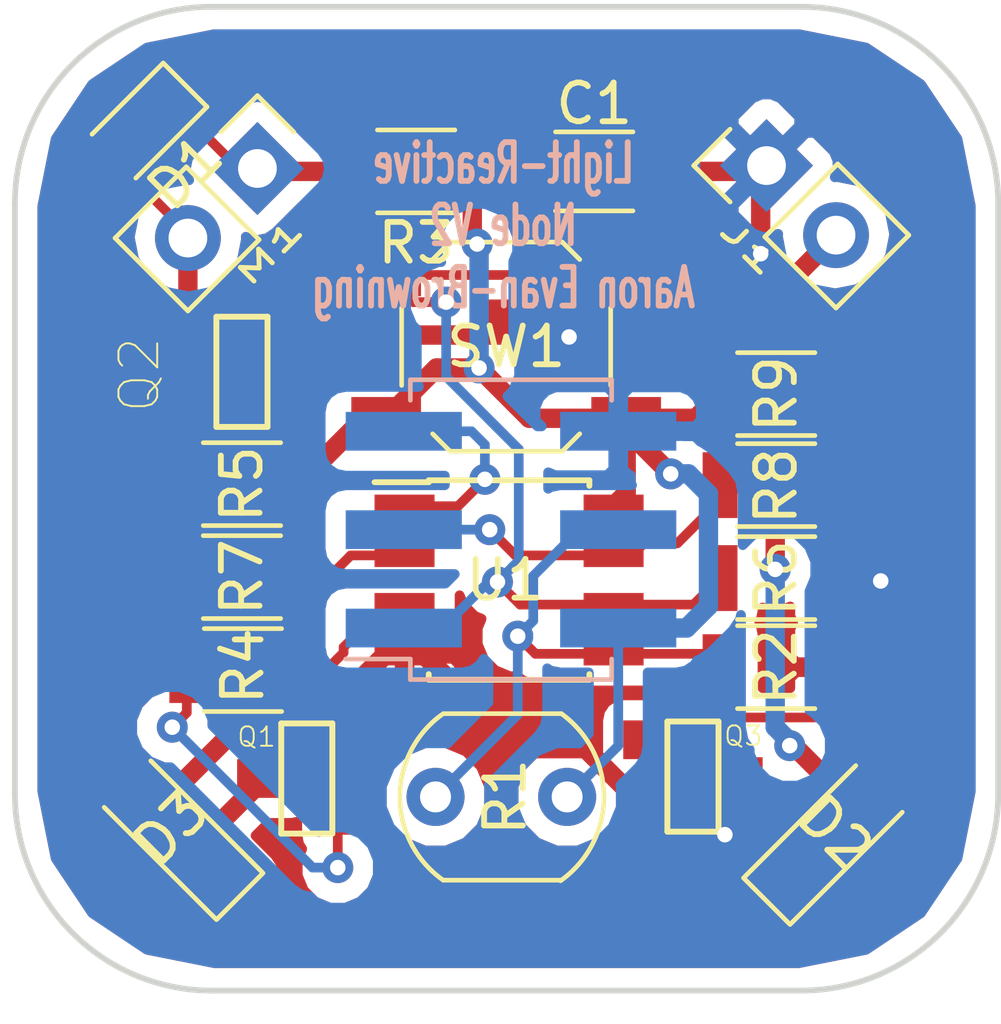
<source format=kicad_pcb>
(kicad_pcb (version 20170123) (host pcbnew "(2017-06-21 revision 375ec9f)-master")

  (general
    (links 40)
    (no_connects 0)
    (area 92.491384 113.893515 128.425918 140.575001)
    (thickness 1.6)
    (drawings 9)
    (tracks 176)
    (zones 0)
    (modules 21)
    (nets 18)
  )

  (page A4)
  (layers
    (0 F.Cu signal)
    (31 B.Cu signal)
    (32 B.Adhes user)
    (33 F.Adhes user)
    (34 B.Paste user)
    (35 F.Paste user)
    (36 B.SilkS user)
    (37 F.SilkS user)
    (38 B.Mask user)
    (39 F.Mask user)
    (40 Dwgs.User user)
    (41 Cmts.User user)
    (42 Eco1.User user)
    (43 Eco2.User user)
    (44 Edge.Cuts user)
    (45 Margin user)
    (46 B.CrtYd user)
    (47 F.CrtYd user)
    (48 B.Fab user)
    (49 F.Fab user hide)
  )

  (setup
    (last_trace_width 0.25)
    (user_trace_width 0.5)
    (trace_clearance 0.2)
    (zone_clearance 0.508)
    (zone_45_only no)
    (trace_min 0.2)
    (segment_width 0.2)
    (edge_width 0.15)
    (via_size 0.8)
    (via_drill 0.4)
    (via_min_size 0.4)
    (via_min_drill 0.3)
    (uvia_size 0.3)
    (uvia_drill 0.1)
    (uvias_allowed no)
    (uvia_min_size 0.2)
    (uvia_min_drill 0.1)
    (pcb_text_width 0.3)
    (pcb_text_size 1.5 1.5)
    (mod_edge_width 0.15)
    (mod_text_size 1 1)
    (mod_text_width 0.15)
    (pad_size 1.524 1.524)
    (pad_drill 0.762)
    (pad_to_mask_clearance 0.2)
    (aux_axis_origin 0 0)
    (visible_elements FFFFFF7F)
    (pcbplotparams
      (layerselection 0x010f0_ffffffff)
      (usegerberextensions false)
      (excludeedgelayer true)
      (linewidth 0.100000)
      (plotframeref false)
      (viasonmask false)
      (mode 1)
      (useauxorigin false)
      (hpglpennumber 1)
      (hpglpenspeed 20)
      (hpglpendiameter 15)
      (psnegative false)
      (psa4output false)
      (plotreference true)
      (plotvalue true)
      (plotinvisibletext false)
      (padsonsilk false)
      (subtractmaskfromsilk false)
      (outputformat 1)
      (mirror false)
      (drillshape 0)
      (scaleselection 1)
      (outputdirectory "/home/aaron/light_reactive_nodes/v2 gerbers/"))
  )

  (net 0 "")
  (net 1 GND)
  (net 2 VCC)
  (net 3 /RST)
  (net 4 /MOSI)
  (net 5 /PB2)
  (net 6 /MISO)
  (net 7 "Net-(D1-Pad2)")
  (net 8 "Net-(D2-Pad1)")
  (net 9 "Net-(D2-Pad2)")
  (net 10 "Net-(D3-Pad2)")
  (net 11 "Net-(D3-Pad1)")
  (net 12 /PB4)
  (net 13 /PB3)
  (net 14 "Net-(Q1-Pad1)")
  (net 15 "Net-(Q2-Pad1)")
  (net 16 "Net-(Q3-Pad1)")
  (net 17 "Net-(D1-Pad1)")

  (net_class Default "This is the default net class."
    (clearance 0.2)
    (trace_width 0.25)
    (via_dia 0.8)
    (via_drill 0.4)
    (uvia_dia 0.3)
    (uvia_drill 0.1)
    (add_net /MISO)
    (add_net /MOSI)
    (add_net /PB2)
    (add_net /PB3)
    (add_net /PB4)
    (add_net /RST)
    (add_net GND)
    (add_net "Net-(D1-Pad1)")
    (add_net "Net-(D1-Pad2)")
    (add_net "Net-(D2-Pad1)")
    (add_net "Net-(D2-Pad2)")
    (add_net "Net-(D3-Pad1)")
    (add_net "Net-(D3-Pad2)")
    (add_net "Net-(Q1-Pad1)")
    (add_net "Net-(Q2-Pad1)")
    (add_net "Net-(Q3-Pad1)")
    (add_net VCC)
  )

  (module Pin_Headers:Pin_Header_Straight_2x03_Pitch2.54mm_SMD (layer B.Cu) (tedit 5994E0C8) (tstamp 59C98C0F)
    (at 111.875 127.8)
    (descr "surface-mounted straight pin header, 2x03, 2.54mm pitch, double rows")
    (tags "Surface mounted pin header SMD 2x03 2.54mm double row")
    (path /595AB114)
    (attr smd)
    (fp_text reference CON1 (at 0 4.87) (layer B.SilkS) hide
      (effects (font (size 0.127 1) (thickness 0.03175)) (justify mirror))
    )
    (fp_text value AVR-ISP-6 (at 0 -4.87) (layer B.Fab)
      (effects (font (size 1 1) (thickness 0.15)) (justify mirror))
    )
    (fp_text user %R (at 0 4.87) (layer B.Fab) hide
      (effects (font (size 1 1) (thickness 0.15)) (justify mirror))
    )
    (fp_line (start 4.8 4.35) (end -4.8 4.35) (layer B.CrtYd) (width 0.05))
    (fp_line (start 4.8 -4.35) (end 4.8 4.35) (layer B.CrtYd) (width 0.05))
    (fp_line (start -4.8 -4.35) (end 4.8 -4.35) (layer B.CrtYd) (width 0.05))
    (fp_line (start -4.8 4.35) (end -4.8 -4.35) (layer B.CrtYd) (width 0.05))
    (fp_line (start -4.27 3.34) (end -2.6 3.34) (layer B.SilkS) (width 0.12))
    (fp_line (start 2.6 -3.87) (end 2.6 -3.34) (layer B.SilkS) (width 0.12))
    (fp_line (start -2.6 -3.87) (end 2.6 -3.87) (layer B.SilkS) (width 0.12))
    (fp_line (start -2.6 -3.34) (end -2.6 -3.87) (layer B.SilkS) (width 0.12))
    (fp_line (start 2.6 3.87) (end 2.6 3.34) (layer B.SilkS) (width 0.12))
    (fp_line (start -2.6 3.87) (end 2.6 3.87) (layer B.SilkS) (width 0.12))
    (fp_line (start -2.6 3.34) (end -2.6 3.87) (layer B.SilkS) (width 0.12))
    (fp_line (start 3.92 -2.22) (end 2.54 -2.22) (layer B.Fab) (width 0.1))
    (fp_line (start 3.92 -2.86) (end 3.92 -2.22) (layer B.Fab) (width 0.1))
    (fp_line (start 2.54 -2.86) (end 3.92 -2.86) (layer B.Fab) (width 0.1))
    (fp_line (start 2.54 -2.22) (end 2.54 -2.86) (layer B.Fab) (width 0.1))
    (fp_line (start -3.92 -2.22) (end -2.54 -2.22) (layer B.Fab) (width 0.1))
    (fp_line (start -3.92 -2.86) (end -3.92 -2.22) (layer B.Fab) (width 0.1))
    (fp_line (start -2.54 -2.86) (end -3.92 -2.86) (layer B.Fab) (width 0.1))
    (fp_line (start -2.54 -2.22) (end -2.54 -2.86) (layer B.Fab) (width 0.1))
    (fp_line (start 3.92 0.32) (end 2.54 0.32) (layer B.Fab) (width 0.1))
    (fp_line (start 3.92 -0.32) (end 3.92 0.32) (layer B.Fab) (width 0.1))
    (fp_line (start 2.54 -0.32) (end 3.92 -0.32) (layer B.Fab) (width 0.1))
    (fp_line (start 2.54 0.32) (end 2.54 -0.32) (layer B.Fab) (width 0.1))
    (fp_line (start -3.92 0.32) (end -2.54 0.32) (layer B.Fab) (width 0.1))
    (fp_line (start -3.92 -0.32) (end -3.92 0.32) (layer B.Fab) (width 0.1))
    (fp_line (start -2.54 -0.32) (end -3.92 -0.32) (layer B.Fab) (width 0.1))
    (fp_line (start -2.54 0.32) (end -2.54 -0.32) (layer B.Fab) (width 0.1))
    (fp_line (start 3.92 2.86) (end 2.54 2.86) (layer B.Fab) (width 0.1))
    (fp_line (start 3.92 2.22) (end 3.92 2.86) (layer B.Fab) (width 0.1))
    (fp_line (start 2.54 2.22) (end 3.92 2.22) (layer B.Fab) (width 0.1))
    (fp_line (start 2.54 2.86) (end 2.54 2.22) (layer B.Fab) (width 0.1))
    (fp_line (start -3.92 2.86) (end -2.54 2.86) (layer B.Fab) (width 0.1))
    (fp_line (start -3.92 2.22) (end -3.92 2.86) (layer B.Fab) (width 0.1))
    (fp_line (start -2.54 2.22) (end -3.92 2.22) (layer B.Fab) (width 0.1))
    (fp_line (start -2.54 2.86) (end -2.54 2.22) (layer B.Fab) (width 0.1))
    (fp_line (start 2.54 3.81) (end -2.54 3.81) (layer B.Fab) (width 0.1))
    (fp_line (start 2.54 -3.81) (end 2.54 3.81) (layer B.Fab) (width 0.1))
    (fp_line (start -2.54 -3.81) (end 2.54 -3.81) (layer B.Fab) (width 0.1))
    (fp_line (start -2.54 3.81) (end -2.54 -3.81) (layer B.Fab) (width 0.1))
    (pad 6 smd rect (at 2.77 -2.54) (size 3 1) (layers B.Cu B.Paste B.Mask)
      (net 1 GND))
    (pad 5 smd rect (at -2.77 -2.54) (size 3 1) (layers B.Cu B.Paste B.Mask)
      (net 3 /RST))
    (pad 4 smd rect (at 2.77 0) (size 3 1) (layers B.Cu B.Paste B.Mask)
      (net 4 /MOSI))
    (pad 3 smd rect (at -2.77 0) (size 3 1) (layers B.Cu B.Paste B.Mask)
      (net 5 /PB2))
    (pad 2 smd rect (at 2.77 2.54) (size 3 1) (layers B.Cu B.Paste B.Mask)
      (net 2 VCC))
    (pad 1 smd rect (at -2.77 2.54) (size 3 1) (layers B.Cu B.Paste B.Mask)
      (net 6 /MISO))
    (model ${KISYS3DMOD}/Pin_Headers.3dshapes/Pin_Header_Straight_2x03_Pitch2.54mm_SMD.wrl
      (at (xyz 0 0 0))
      (scale (xyz 1 1 1))
      (rotate (xyz 0 0 0))
    )
  )

  (module Pin_Headers:Pin_Header_Straight_1x02_Pitch2.54mm (layer F.Cu) (tedit 598D15E7) (tstamp 5994B856)
    (at 105.325 118.475 315)
    (descr "Through hole straight pin header, 1x02, 2.54mm pitch, single row")
    (tags "Through hole pin header THT 1x02 2.54mm single row")
    (path /595ADE54)
    (fp_text reference M1 (at 1.767767 1.308148 225) (layer F.SilkS)
      (effects (font (size 0.5 1) (thickness 0.125)))
    )
    (fp_text value "Vibration Motor" (at 0 4.87 315) (layer F.Fab)
      (effects (font (size 1 1) (thickness 0.15)))
    )
    (fp_line (start -1.27 -1.27) (end -1.27 3.81) (layer F.Fab) (width 0.1))
    (fp_line (start -1.27 3.81) (end 1.27 3.81) (layer F.Fab) (width 0.1))
    (fp_line (start 1.27 3.81) (end 1.27 -1.27) (layer F.Fab) (width 0.1))
    (fp_line (start 1.27 -1.27) (end -1.27 -1.27) (layer F.Fab) (width 0.1))
    (fp_line (start -1.33 1.270001) (end -1.33 3.87) (layer F.SilkS) (width 0.12))
    (fp_line (start -1.33 3.87) (end 1.33 3.87) (layer F.SilkS) (width 0.12))
    (fp_line (start 1.33 3.87) (end 1.33 1.270001) (layer F.SilkS) (width 0.12))
    (fp_line (start 1.33 1.270001) (end -1.33 1.270001) (layer F.SilkS) (width 0.12))
    (fp_line (start -1.33 0) (end -1.33 -1.33) (layer F.SilkS) (width 0.12))
    (fp_line (start -1.33 -1.33) (end 0 -1.33) (layer F.SilkS) (width 0.12))
    (fp_line (start -1.8 -1.8) (end -1.8 4.35) (layer F.CrtYd) (width 0.05))
    (fp_line (start -1.8 4.35) (end 1.8 4.35) (layer F.CrtYd) (width 0.05))
    (fp_line (start 1.8 4.35) (end 1.8 -1.8) (layer F.CrtYd) (width 0.05))
    (fp_line (start 1.8 -1.8) (end -1.8 -1.8) (layer F.CrtYd) (width 0.05))
    (fp_text user %R (at 0 -2.33 315) (layer F.Fab)
      (effects (font (size 1 1) (thickness 0.15)))
    )
    (pad 1 thru_hole rect (at 0 0 315) (size 1.7 1.7) (drill 1) (layers *.Cu *.Mask)
      (net 17 "Net-(D1-Pad1)"))
    (pad 2 thru_hole oval (at 0 2.54 315) (size 1.7 1.7) (drill 1) (layers *.Cu *.Mask)
      (net 7 "Net-(D1-Pad2)"))
    (model ${KISYS3DMOD}/Pin_Headers.3dshapes/Pin_Header_Straight_1x02_Pitch2.54mm.wrl
      (at (xyz 0 -0.05 0))
      (scale (xyz 1 1 1))
      (rotate (xyz 0 0 90))
    )
  )

  (module Housings_SOIC:SOIC-8_3.9x4.9mm_Pitch1.27mm (layer F.Cu) (tedit 58CD0CDA) (tstamp 59958D96)
    (at 111.825 129.1)
    (descr "8-Lead Plastic Small Outline (SN) - Narrow, 3.90 mm Body [SOIC] (see Microchip Packaging Specification 00000049BS.pdf)")
    (tags "SOIC 1.27")
    (path /595AACDE)
    (attr smd)
    (fp_text reference U1 (at -0.1 0) (layer F.SilkS)
      (effects (font (size 1 1) (thickness 0.15)))
    )
    (fp_text value ATTINY85-20SU (at 0 3.5) (layer F.Fab)
      (effects (font (size 1 1) (thickness 0.15)))
    )
    (fp_line (start -2.075 -2.525) (end -3.475 -2.525) (layer F.SilkS) (width 0.15))
    (fp_line (start -2.075 2.575) (end 2.075 2.575) (layer F.SilkS) (width 0.15))
    (fp_line (start -2.075 -2.575) (end 2.075 -2.575) (layer F.SilkS) (width 0.15))
    (fp_line (start -2.075 2.575) (end -2.075 2.43) (layer F.SilkS) (width 0.15))
    (fp_line (start 2.075 2.575) (end 2.075 2.43) (layer F.SilkS) (width 0.15))
    (fp_line (start 2.075 -2.575) (end 2.075 -2.43) (layer F.SilkS) (width 0.15))
    (fp_line (start -2.075 -2.575) (end -2.075 -2.525) (layer F.SilkS) (width 0.15))
    (fp_line (start -3.73 2.7) (end 3.73 2.7) (layer F.CrtYd) (width 0.05))
    (fp_line (start -3.73 -2.7) (end 3.73 -2.7) (layer F.CrtYd) (width 0.05))
    (fp_line (start 3.73 -2.7) (end 3.73 2.7) (layer F.CrtYd) (width 0.05))
    (fp_line (start -3.73 -2.7) (end -3.73 2.7) (layer F.CrtYd) (width 0.05))
    (fp_line (start -1.95 -1.45) (end -0.95 -2.45) (layer F.Fab) (width 0.1))
    (fp_line (start -1.95 2.45) (end -1.95 -1.45) (layer F.Fab) (width 0.1))
    (fp_line (start 1.95 2.45) (end -1.95 2.45) (layer F.Fab) (width 0.1))
    (fp_line (start 1.95 -2.45) (end 1.95 2.45) (layer F.Fab) (width 0.1))
    (fp_line (start -0.95 -2.45) (end 1.95 -2.45) (layer F.Fab) (width 0.1))
    (fp_text user %R (at 0 0) (layer F.Fab)
      (effects (font (size 1 1) (thickness 0.15)))
    )
    (pad 8 smd rect (at 2.7 -1.905) (size 1.55 0.6) (layers F.Cu F.Paste F.Mask)
      (net 2 VCC))
    (pad 7 smd rect (at 2.7 -0.635) (size 1.55 0.6) (layers F.Cu F.Paste F.Mask)
      (net 5 /PB2))
    (pad 6 smd rect (at 2.7 0.635) (size 1.55 0.6) (layers F.Cu F.Paste F.Mask)
      (net 6 /MISO))
    (pad 5 smd rect (at 2.7 1.905) (size 1.55 0.6) (layers F.Cu F.Paste F.Mask)
      (net 4 /MOSI))
    (pad 4 smd rect (at -2.7 1.905) (size 1.55 0.6) (layers F.Cu F.Paste F.Mask)
      (net 1 GND))
    (pad 3 smd rect (at -2.7 0.635) (size 1.55 0.6) (layers F.Cu F.Paste F.Mask)
      (net 12 /PB4))
    (pad 2 smd rect (at -2.7 -0.635) (size 1.55 0.6) (layers F.Cu F.Paste F.Mask)
      (net 13 /PB3))
    (pad 1 smd rect (at -2.7 -1.905) (size 1.55 0.6) (layers F.Cu F.Paste F.Mask)
      (net 3 /RST))
    (model Housings_SOIC.3dshapes/SOIC-8_3.9x4.9mm_Pitch1.27mm.wrl
      (at (xyz 0 0 0))
      (scale (xyz 1 1 1))
      (rotate (xyz 0 0 0))
    )
  )

  (module Opto-Devices:Resistor_LDR_5.1x4.3_RM3.4 (layer F.Cu) (tedit 5973CAEC) (tstamp 5994B8B4)
    (at 113.325 134.7 180)
    (descr "Resistor, LDR 5.1x3.4mm")
    (tags "Resistor LDR5.1x3.4mm")
    (path /595ACA85)
    (fp_text reference R1 (at 1.6 0 -90) (layer F.SilkS)
      (effects (font (size 1 1) (thickness 0.15)))
    )
    (fp_text value LDR03 (at 1.5 3 180) (layer F.Fab)
      (effects (font (size 1 1) (thickness 0.15)))
    )
    (fp_arc (start 1.7 0) (end 0.2 2.1) (angle 109) (layer F.Fab) (width 0.1))
    (fp_arc (start 1.7 0) (end 3.2 -2.1) (angle 109) (layer F.Fab) (width 0.1))
    (fp_arc (start 1.7 0) (end 3.2 -2.15) (angle 109) (layer F.SilkS) (width 0.12))
    (fp_arc (start 1.7 0) (end 0.15 2.15) (angle 109) (layer F.SilkS) (width 0.12))
    (fp_line (start 4.53 2.35) (end -1.13 2.35) (layer F.CrtYd) (width 0.05))
    (fp_line (start 4.53 2.35) (end 4.53 -2.35) (layer F.CrtYd) (width 0.05))
    (fp_line (start -1.13 -2.35) (end -1.13 2.35) (layer F.CrtYd) (width 0.05))
    (fp_line (start -1.13 -2.35) (end 4.53 -2.35) (layer F.CrtYd) (width 0.05))
    (fp_line (start 0.2 -2.1) (end 3.2 -2.1) (layer F.Fab) (width 0.1))
    (fp_line (start 3.2 2.1) (end 0.2 2.1) (layer F.Fab) (width 0.1))
    (fp_line (start 0.8 1.8) (end 2.6 1.8) (layer F.Fab) (width 0.1))
    (fp_line (start 0.8 1.2) (end 0.8 1.8) (layer F.Fab) (width 0.1))
    (fp_line (start 2.6 1.2) (end 0.8 1.2) (layer F.Fab) (width 0.1))
    (fp_line (start 2.6 0.6) (end 2.6 1.2) (layer F.Fab) (width 0.1))
    (fp_line (start 1 0) (end 1 0.6) (layer F.Fab) (width 0.1))
    (fp_line (start 0.8 -1.2) (end 0.8 -0.6) (layer F.Fab) (width 0.1))
    (fp_line (start 2.6 -1.2) (end 0.8 -1.2) (layer F.Fab) (width 0.1))
    (fp_line (start 2.6 -1.8) (end 2.6 -1.2) (layer F.Fab) (width 0.1))
    (fp_line (start 0.8 -1.8) (end 2.6 -1.8) (layer F.Fab) (width 0.1))
    (fp_line (start 2.6 0.6) (end 1 0.6) (layer F.Fab) (width 0.1))
    (fp_line (start 2.3 -0.6) (end 0.8 -0.6) (layer F.Fab) (width 0.1))
    (fp_line (start 2.3 0) (end 2.3 -0.6) (layer F.Fab) (width 0.1))
    (fp_line (start 1 0) (end 2.3 0) (layer F.Fab) (width 0.1))
    (fp_line (start 0.15 -2.15) (end 3.2 -2.15) (layer F.SilkS) (width 0.12))
    (fp_line (start 0.15 2.15) (end 3.2 2.15) (layer F.SilkS) (width 0.12))
    (pad 2 thru_hole circle (at 3.4 0 180) (size 1.5 1.5) (drill 0.8) (layers *.Cu *.Mask)
      (net 4 /MOSI))
    (pad 1 thru_hole circle (at 0 0 180) (size 1.5 1.5) (drill 0.8) (layers *.Cu *.Mask)
      (net 2 VCC))
  )

  (module Pin_Headers:Pin_Header_Straight_1x02_Pitch2.54mm (layer F.Cu) (tedit 598D15F9) (tstamp 5994B841)
    (at 118.475 118.4 45)
    (descr "Through hole straight pin header, 1x02, 2.54mm pitch, single row")
    (tags "Through hole pin header THT 1x02 2.54mm single row")
    (path /5961F02F)
    (fp_text reference J1 (at -1.838478 1.166726 -45) (layer F.SilkS)
      (effects (font (size 0.5 1) (thickness 0.125)))
    )
    (fp_text value CONN_01X02_FEMALE (at 0 4.87 45) (layer F.Fab)
      (effects (font (size 1 1) (thickness 0.15)))
    )
    (fp_line (start -1.27 -1.27) (end -1.27 3.81) (layer F.Fab) (width 0.1))
    (fp_line (start -1.27 3.81) (end 1.27 3.81) (layer F.Fab) (width 0.1))
    (fp_line (start 1.27 3.81) (end 1.27 -1.27) (layer F.Fab) (width 0.1))
    (fp_line (start 1.27 -1.27) (end -1.27 -1.27) (layer F.Fab) (width 0.1))
    (fp_line (start -1.33 1.27) (end -1.33 3.87) (layer F.SilkS) (width 0.12))
    (fp_line (start -1.33 3.87) (end 1.33 3.87) (layer F.SilkS) (width 0.12))
    (fp_line (start 1.33 3.87) (end 1.33 1.27) (layer F.SilkS) (width 0.12))
    (fp_line (start 1.33 1.27) (end -1.33 1.27) (layer F.SilkS) (width 0.12))
    (fp_line (start -1.33 0) (end -1.33 -1.33) (layer F.SilkS) (width 0.12))
    (fp_line (start -1.33 -1.33) (end 0 -1.33) (layer F.SilkS) (width 0.12))
    (fp_line (start -1.8 -1.8) (end -1.8 4.35) (layer F.CrtYd) (width 0.05))
    (fp_line (start -1.8 4.35) (end 1.8 4.35) (layer F.CrtYd) (width 0.05))
    (fp_line (start 1.8 4.35) (end 1.8 -1.8) (layer F.CrtYd) (width 0.05))
    (fp_line (start 1.8 -1.8) (end -1.8 -1.8) (layer F.CrtYd) (width 0.05))
    (fp_text user %R (at 0 -2.33 45) (layer F.Fab)
      (effects (font (size 1 1) (thickness 0.15)))
    )
    (pad 1 thru_hole rect (at 0 0 45) (size 1.7 1.7) (drill 1) (layers *.Cu *.Mask)
      (net 1 GND))
    (pad 2 thru_hole oval (at 0 2.54 45) (size 1.7 1.7) (drill 1) (layers *.Cu *.Mask)
      (net 2 VCC))
    (model ${KISYS3DMOD}/Pin_Headers.3dshapes/Pin_Header_Straight_1x02_Pitch2.54mm.wrl
      (at (xyz 0 -0.05 0))
      (scale (xyz 1 1 1))
      (rotate (xyz 0 0 90))
    )
  )

  (module LEDs:LED_1206 (layer F.Cu) (tedit 5973CAE4) (tstamp 5994B817)
    (at 120.25 135.625 45)
    (descr "LED 1206 smd package")
    (tags "LED led 1206 SMD smd SMT smt smdled SMDLED smtled SMTLED")
    (path /59739C05)
    (attr smd)
    (fp_text reference D2 (at 0 0 135) (layer F.SilkS)
      (effects (font (size 1 1) (thickness 0.15)))
    )
    (fp_text value LED (at 0 1.7 45) (layer F.Fab)
      (effects (font (size 1 1) (thickness 0.15)))
    )
    (fp_line (start -2.5 -0.85) (end -2.5 0.85) (layer F.SilkS) (width 0.12))
    (fp_line (start -0.45 -0.4) (end -0.45 0.4) (layer F.Fab) (width 0.1))
    (fp_line (start -0.4 0) (end 0.2 -0.4) (layer F.Fab) (width 0.1))
    (fp_line (start 0.2 0.4) (end -0.4 0) (layer F.Fab) (width 0.1))
    (fp_line (start 0.2 -0.4) (end 0.2 0.4) (layer F.Fab) (width 0.1))
    (fp_line (start 1.6 0.8) (end -1.6 0.8) (layer F.Fab) (width 0.1))
    (fp_line (start 1.6 -0.8) (end 1.6 0.8) (layer F.Fab) (width 0.1))
    (fp_line (start -1.6 -0.8) (end 1.6 -0.8) (layer F.Fab) (width 0.1))
    (fp_line (start -1.6 0.8) (end -1.6 -0.8) (layer F.Fab) (width 0.1))
    (fp_line (start -2.45 0.85) (end 1.6 0.85) (layer F.SilkS) (width 0.12))
    (fp_line (start -2.45 -0.85) (end 1.6 -0.85) (layer F.SilkS) (width 0.12))
    (fp_line (start 2.65 -1) (end 2.65 1) (layer F.CrtYd) (width 0.05))
    (fp_line (start 2.65 1) (end -2.65 1) (layer F.CrtYd) (width 0.05))
    (fp_line (start -2.65 1) (end -2.65 -1) (layer F.CrtYd) (width 0.05))
    (fp_line (start -2.65 -1) (end 2.65 -1) (layer F.CrtYd) (width 0.05))
    (pad 2 smd rect (at 1.65 0 225) (size 1.5 1.5) (layers F.Cu F.Paste F.Mask)
      (net 9 "Net-(D2-Pad2)"))
    (pad 1 smd rect (at -1.65 0 225) (size 1.5 1.5) (layers F.Cu F.Paste F.Mask)
      (net 8 "Net-(D2-Pad1)"))
    (model LEDs.3dshapes/LED_1206.wrl
      (at (xyz 0 0 0))
      (scale (xyz 1 1 1))
      (rotate (xyz 0 0 180))
    )
  )

  (module Resistors_SMD:R_1206 (layer F.Cu) (tedit 58E0A804) (tstamp 5994B91A)
    (at 104.925 129.025)
    (descr "Resistor SMD 1206, reflow soldering, Vishay (see dcrcw.pdf)")
    (tags "resistor 1206")
    (path /595AD12C)
    (attr smd)
    (fp_text reference R7 (at 0 0 90) (layer F.SilkS)
      (effects (font (size 1 1) (thickness 0.15)))
    )
    (fp_text value 10k (at 0 1.95) (layer F.Fab)
      (effects (font (size 1 1) (thickness 0.15)))
    )
    (fp_line (start 2.15 1.1) (end -2.15 1.1) (layer F.CrtYd) (width 0.05))
    (fp_line (start 2.15 1.1) (end 2.15 -1.11) (layer F.CrtYd) (width 0.05))
    (fp_line (start -2.15 -1.11) (end -2.15 1.1) (layer F.CrtYd) (width 0.05))
    (fp_line (start -2.15 -1.11) (end 2.15 -1.11) (layer F.CrtYd) (width 0.05))
    (fp_line (start -1 -1.07) (end 1 -1.07) (layer F.SilkS) (width 0.12))
    (fp_line (start 1 1.07) (end -1 1.07) (layer F.SilkS) (width 0.12))
    (fp_line (start -1.6 -0.8) (end 1.6 -0.8) (layer F.Fab) (width 0.1))
    (fp_line (start 1.6 -0.8) (end 1.6 0.8) (layer F.Fab) (width 0.1))
    (fp_line (start 1.6 0.8) (end -1.6 0.8) (layer F.Fab) (width 0.1))
    (fp_line (start -1.6 0.8) (end -1.6 -0.8) (layer F.Fab) (width 0.1))
    (fp_text user %R (at 0 0) (layer F.Fab)
      (effects (font (size 0.7 0.7) (thickness 0.105)))
    )
    (pad 2 smd rect (at 1.45 0) (size 0.9 1.7) (layers F.Cu F.Paste F.Mask)
      (net 13 /PB3))
    (pad 1 smd rect (at -1.45 0) (size 0.9 1.7) (layers F.Cu F.Paste F.Mask)
      (net 15 "Net-(Q2-Pad1)"))
    (model ${KISYS3DMOD}/Resistors_SMD.3dshapes/R_1206.wrl
      (at (xyz 0 0 0))
      (scale (xyz 1 1 1))
      (rotate (xyz 0 0 0))
    )
  )

  (module Buttons_Switches_SMD:SW_SPST_SKQG (layer F.Cu) (tedit 58724BB1) (tstamp 5994B962)
    (at 111.75 123.075 180)
    (descr "ALPS 5.2mm Square Low-profile TACT Switch (SMD), http://www.alps.com/prod/info/E/PDF/Tact/SurfaceMount/SKQG/SKQG.PDF")
    (tags "SPST Button Switch")
    (path /595B382A)
    (attr smd)
    (fp_text reference SW1 (at 0 0 180) (layer F.SilkS)
      (effects (font (size 1 1) (thickness 0.15)))
    )
    (fp_text value SW_DIP_x01 (at 0 3.7 180) (layer F.Fab)
      (effects (font (size 1 1) (thickness 0.15)))
    )
    (fp_circle (center 0 0) (end 1 0) (layer F.Fab) (width 0.1))
    (fp_line (start 1.45 -2.7) (end 1.9 -2.25) (layer F.SilkS) (width 0.12))
    (fp_line (start 2.7 -1) (end 2.7 1) (layer F.SilkS) (width 0.12))
    (fp_line (start 1.9 2.25) (end 1.45 2.7) (layer F.SilkS) (width 0.12))
    (fp_line (start 1.45 2.7) (end -1.45 2.7) (layer F.SilkS) (width 0.12))
    (fp_line (start -1.45 2.7) (end -1.9 2.25) (layer F.SilkS) (width 0.12))
    (fp_line (start -2.7 1) (end -2.7 -1) (layer F.SilkS) (width 0.12))
    (fp_line (start -1.9 -2.25) (end -1.45 -2.7) (layer F.SilkS) (width 0.12))
    (fp_line (start -1.45 -2.7) (end 1.45 -2.7) (layer F.SilkS) (width 0.12))
    (fp_line (start 1.2 -1.8) (end 1.8 -1.2) (layer F.Fab) (width 0.1))
    (fp_line (start 1.8 -1.2) (end 1.8 1.2) (layer F.Fab) (width 0.1))
    (fp_line (start 1.8 1.2) (end 1.2 1.8) (layer F.Fab) (width 0.1))
    (fp_line (start 1.2 1.8) (end -1.2 1.8) (layer F.Fab) (width 0.1))
    (fp_line (start -1.2 1.8) (end -1.8 1.2) (layer F.Fab) (width 0.1))
    (fp_line (start -1.8 1.2) (end -1.8 -1.2) (layer F.Fab) (width 0.1))
    (fp_line (start -1.8 -1.2) (end -1.2 -1.8) (layer F.Fab) (width 0.1))
    (fp_line (start -1.2 -1.8) (end 1.2 -1.8) (layer F.Fab) (width 0.1))
    (fp_line (start -4.25 2.95) (end 4.25 2.95) (layer F.CrtYd) (width 0.05))
    (fp_line (start 4.25 2.95) (end 4.25 -2.95) (layer F.CrtYd) (width 0.05))
    (fp_line (start 4.25 -2.95) (end -4.25 -2.95) (layer F.CrtYd) (width 0.05))
    (fp_line (start -4.25 -2.95) (end -4.25 2.95) (layer F.CrtYd) (width 0.05))
    (fp_text user %R (at 0 -3.6 180) (layer F.Fab)
      (effects (font (size 1 1) (thickness 0.15)))
    )
    (fp_line (start -1.45 -2.6) (end 1.45 -2.6) (layer F.Fab) (width 0.1))
    (fp_line (start -2.6 -1.45) (end -1.45 -2.6) (layer F.Fab) (width 0.1))
    (fp_line (start -2.6 1.45) (end -2.6 -1.45) (layer F.Fab) (width 0.1))
    (fp_line (start -1.45 2.6) (end -2.6 1.45) (layer F.Fab) (width 0.1))
    (fp_line (start 1.4 2.6) (end -1.45 2.6) (layer F.Fab) (width 0.1))
    (fp_line (start 2.55 1.45) (end 1.4 2.6) (layer F.Fab) (width 0.1))
    (fp_line (start 2.55 -1.5) (end 2.55 1.45) (layer F.Fab) (width 0.1))
    (fp_line (start 1.45 -2.6) (end 2.55 -1.5) (layer F.Fab) (width 0.1))
    (pad 2 smd rect (at 3.1 1.85 180) (size 1.8 1.1) (layers F.Cu F.Paste F.Mask)
      (net 6 /MISO))
    (pad 2 smd rect (at -3.1 1.85 180) (size 1.8 1.1) (layers F.Cu F.Paste F.Mask)
      (net 6 /MISO))
    (pad 1 smd rect (at 3.1 -1.85 180) (size 1.8 1.1) (layers F.Cu F.Paste F.Mask)
      (net 2 VCC))
    (pad 1 smd rect (at -3.1 -1.85 180) (size 1.8 1.1) (layers F.Cu F.Paste F.Mask)
      (net 2 VCC))
  )

  (module Resistors_SMD:R_1206 (layer F.Cu) (tedit 58E0A804) (tstamp 5994B93C)
    (at 118.725 124.3)
    (descr "Resistor SMD 1206, reflow soldering, Vishay (see dcrcw.pdf)")
    (tags "resistor 1206")
    (path /59739BFF)
    (attr smd)
    (fp_text reference R9 (at 0 0 90) (layer F.SilkS)
      (effects (font (size 1 1) (thickness 0.15)))
    )
    (fp_text value 220 (at 0 1.95) (layer F.Fab)
      (effects (font (size 1 1) (thickness 0.15)))
    )
    (fp_line (start 2.15 1.1) (end -2.15 1.1) (layer F.CrtYd) (width 0.05))
    (fp_line (start 2.15 1.1) (end 2.15 -1.11) (layer F.CrtYd) (width 0.05))
    (fp_line (start -2.15 -1.11) (end -2.15 1.1) (layer F.CrtYd) (width 0.05))
    (fp_line (start -2.15 -1.11) (end 2.15 -1.11) (layer F.CrtYd) (width 0.05))
    (fp_line (start -1 -1.07) (end 1 -1.07) (layer F.SilkS) (width 0.12))
    (fp_line (start 1 1.07) (end -1 1.07) (layer F.SilkS) (width 0.12))
    (fp_line (start -1.6 -0.8) (end 1.6 -0.8) (layer F.Fab) (width 0.1))
    (fp_line (start 1.6 -0.8) (end 1.6 0.8) (layer F.Fab) (width 0.1))
    (fp_line (start 1.6 0.8) (end -1.6 0.8) (layer F.Fab) (width 0.1))
    (fp_line (start -1.6 0.8) (end -1.6 -0.8) (layer F.Fab) (width 0.1))
    (fp_text user %R (at 0 0) (layer F.Fab)
      (effects (font (size 0.7 0.7) (thickness 0.105)))
    )
    (pad 2 smd rect (at 1.45 0) (size 0.9 1.7) (layers F.Cu F.Paste F.Mask)
      (net 9 "Net-(D2-Pad2)"))
    (pad 1 smd rect (at -1.45 0) (size 0.9 1.7) (layers F.Cu F.Paste F.Mask)
      (net 2 VCC))
    (model ${KISYS3DMOD}/Resistors_SMD.3dshapes/R_1206.wrl
      (at (xyz 0 0 0))
      (scale (xyz 1 1 1))
      (rotate (xyz 0 0 0))
    )
  )

  (module MMBT2222A:SOT23 (layer F.Cu) (tedit 5994DFDA) (tstamp 59C98C2B)
    (at 104.925 123.725 90)
    (descr <b>SOT-23</b>)
    (path /59926C03)
    (attr smd)
    (fp_text reference Q2 (at -0.075 -2.65 90) (layer F.SilkS)
      (effects (font (size 1.00073 1.00073) (thickness 0.05)))
    )
    (fp_text value MMBT2222A (at 0.6 -11.5 90) (layer F.SilkS) hide
      (effects (font (size 1.00155 1.00155) (thickness 0.05)))
    )
    (fp_line (start 1.4224 -0.6604) (end 1.4224 0.6604) (layer F.SilkS) (width 0.1524))
    (fp_line (start 1.4224 0.6604) (end -1.4224 0.6604) (layer F.SilkS) (width 0.1524))
    (fp_line (start -1.4224 0.6604) (end -1.4224 -0.6604) (layer F.SilkS) (width 0.1524))
    (fp_line (start -1.4224 -0.6604) (end 1.4224 -0.6604) (layer F.SilkS) (width 0.1524))
    (fp_poly (pts (xy -0.229041 -1.2954) (xy 0.2286 -1.2954) (xy 0.2286 -0.712573) (xy -0.229041 -0.712573)) (layer Dwgs.User) (width 0.381))
    (fp_poly (pts (xy 0.711656 0.7112) (xy 1.1684 0.7112) (xy 1.1684 1.29623) (xy 0.711656 1.29623)) (layer Dwgs.User) (width 0.381))
    (fp_poly (pts (xy -1.16925 0.7112) (xy -0.7112 0.7112) (xy -0.7112 1.29634) (xy -1.16925 1.29634)) (layer Dwgs.User) (width 0.381))
    (pad 3 smd rect (at 0 -1.1 90) (size 1 1.4) (layers F.Cu F.Paste F.Mask)
      (net 7 "Net-(D1-Pad2)"))
    (pad 2 smd rect (at 0.95 1.1 90) (size 1 1.4) (layers F.Cu F.Paste F.Mask)
      (net 1 GND))
    (pad 1 smd rect (at -0.95 1.1 90) (size 1 1.4) (layers F.Cu F.Paste F.Mask)
      (net 15 "Net-(Q2-Pad1)"))
  )

  (module Diodes_SMD:D_0805 (layer F.Cu) (tedit 590CE9A4) (tstamp 5994B802)
    (at 102.325 117.45 225)
    (descr "Diode SMD in 0805 package http://datasheets.avx.com/schottky.pdf")
    (tags "smd diode")
    (path /595AE4A9)
    (attr smd)
    (fp_text reference D1 (at 0 -1.6 225) (layer F.SilkS)
      (effects (font (size 1 1) (thickness 0.15)))
    )
    (fp_text value DIODE (at 0 1.7 225) (layer F.Fab)
      (effects (font (size 1 1) (thickness 0.15)))
    )
    (fp_text user %R (at 0 -1.6 225) (layer F.Fab)
      (effects (font (size 1 1) (thickness 0.15)))
    )
    (fp_line (start -1.6 -0.8) (end -1.6 0.8) (layer F.SilkS) (width 0.12))
    (fp_line (start -1.7 0.879999) (end -1.7 -0.879999) (layer F.CrtYd) (width 0.05))
    (fp_line (start 1.7 0.879999) (end -1.7 0.879999) (layer F.CrtYd) (width 0.05))
    (fp_line (start 1.7 -0.879999) (end 1.7 0.879999) (layer F.CrtYd) (width 0.05))
    (fp_line (start -1.7 -0.879999) (end 1.7 -0.879999) (layer F.CrtYd) (width 0.05))
    (fp_line (start 0.199999 0) (end 0.4 0) (layer F.Fab) (width 0.1))
    (fp_line (start -0.1 0) (end -0.3 0) (layer F.Fab) (width 0.1))
    (fp_line (start -0.1 -0.2) (end -0.1 0.2) (layer F.Fab) (width 0.1))
    (fp_line (start 0.2 0.2) (end 0.2 -0.2) (layer F.Fab) (width 0.1))
    (fp_line (start -0.1 0) (end 0.2 0.2) (layer F.Fab) (width 0.1))
    (fp_line (start 0.2 -0.2) (end -0.1 0) (layer F.Fab) (width 0.1))
    (fp_line (start -1 0.65) (end -1 -0.65) (layer F.Fab) (width 0.1))
    (fp_line (start 1 0.65) (end -1 0.65) (layer F.Fab) (width 0.1))
    (fp_line (start 1 -0.65) (end 1 0.65) (layer F.Fab) (width 0.1))
    (fp_line (start -1 -0.65) (end 1 -0.65) (layer F.Fab) (width 0.1))
    (fp_line (start -1.6 0.8) (end 1 0.8) (layer F.SilkS) (width 0.12))
    (fp_line (start -1.6 -0.8) (end 1 -0.8) (layer F.SilkS) (width 0.12))
    (pad 1 smd rect (at -1.05 0 225) (size 0.8 0.9) (layers F.Cu F.Paste F.Mask)
      (net 17 "Net-(D1-Pad1)"))
    (pad 2 smd rect (at 1.05 0 225) (size 0.8 0.9) (layers F.Cu F.Paste F.Mask)
      (net 7 "Net-(D1-Pad2)"))
    (model ${KISYS3DMOD}/Diodes_SMD.3dshapes/D_0805.wrl
      (at (xyz 0 0 0))
      (scale (xyz 1 1 1))
      (rotate (xyz 0 0 0))
    )
  )

  (module LEDs:LED_1206 (layer F.Cu) (tedit 57FE943C) (tstamp 5994B82C)
    (at 103.1 135.5 135)
    (descr "LED 1206 smd package")
    (tags "LED led 1206 SMD smd SMT smt smdled SMDLED smtled SMTLED")
    (path /5961927D)
    (attr smd)
    (fp_text reference D3 (at 0 0 225) (layer F.SilkS)
      (effects (font (size 1 1) (thickness 0.15)))
    )
    (fp_text value LED (at 0 1.7 135) (layer F.Fab)
      (effects (font (size 1 1) (thickness 0.15)))
    )
    (fp_line (start -2.5 -0.85) (end -2.5 0.85) (layer F.SilkS) (width 0.12))
    (fp_line (start -0.45 -0.4) (end -0.45 0.4) (layer F.Fab) (width 0.1))
    (fp_line (start -0.4 0) (end 0.2 -0.4) (layer F.Fab) (width 0.1))
    (fp_line (start 0.2 0.4) (end -0.4 0) (layer F.Fab) (width 0.1))
    (fp_line (start 0.2 -0.4) (end 0.2 0.4) (layer F.Fab) (width 0.1))
    (fp_line (start 1.6 0.8) (end -1.6 0.8) (layer F.Fab) (width 0.1))
    (fp_line (start 1.6 -0.8) (end 1.6 0.8) (layer F.Fab) (width 0.1))
    (fp_line (start -1.6 -0.8) (end 1.6 -0.8) (layer F.Fab) (width 0.1))
    (fp_line (start -1.6 0.8) (end -1.6 -0.8) (layer F.Fab) (width 0.1))
    (fp_line (start -2.45 0.85) (end 1.6 0.85) (layer F.SilkS) (width 0.12))
    (fp_line (start -2.45 -0.85) (end 1.6 -0.85) (layer F.SilkS) (width 0.12))
    (fp_line (start 2.65 -1) (end 2.65 1) (layer F.CrtYd) (width 0.05))
    (fp_line (start 2.65 1) (end -2.65 1) (layer F.CrtYd) (width 0.05))
    (fp_line (start -2.65 1) (end -2.65 -1) (layer F.CrtYd) (width 0.05))
    (fp_line (start -2.65 -1) (end 2.65 -1) (layer F.CrtYd) (width 0.05))
    (pad 2 smd rect (at 1.65 0 315) (size 1.5 1.5) (layers F.Cu F.Paste F.Mask)
      (net 10 "Net-(D3-Pad2)"))
    (pad 1 smd rect (at -1.65 0 315) (size 1.5 1.5) (layers F.Cu F.Paste F.Mask)
      (net 11 "Net-(D3-Pad1)"))
    (model LEDs.3dshapes/LED_1206.wrl
      (at (xyz 0 0 0))
      (scale (xyz 1 1 1))
      (rotate (xyz 0 0 180))
    )
  )

  (module Resistors_SMD:R_1206 (layer F.Cu) (tedit 58E0A804) (tstamp 5994B8C5)
    (at 118.725 131.35)
    (descr "Resistor SMD 1206, reflow soldering, Vishay (see dcrcw.pdf)")
    (tags "resistor 1206")
    (path /595ACB2A)
    (attr smd)
    (fp_text reference R2 (at 0 0 90) (layer F.SilkS)
      (effects (font (size 1 1) (thickness 0.15)))
    )
    (fp_text value 10k (at 0 1.95) (layer F.Fab)
      (effects (font (size 1 1) (thickness 0.15)))
    )
    (fp_text user %R (at 0 0) (layer F.Fab)
      (effects (font (size 0.7 0.7) (thickness 0.105)))
    )
    (fp_line (start -1.6 0.8) (end -1.6 -0.8) (layer F.Fab) (width 0.1))
    (fp_line (start 1.6 0.8) (end -1.6 0.8) (layer F.Fab) (width 0.1))
    (fp_line (start 1.6 -0.8) (end 1.6 0.8) (layer F.Fab) (width 0.1))
    (fp_line (start -1.6 -0.8) (end 1.6 -0.8) (layer F.Fab) (width 0.1))
    (fp_line (start 1 1.07) (end -1 1.07) (layer F.SilkS) (width 0.12))
    (fp_line (start -1 -1.07) (end 1 -1.07) (layer F.SilkS) (width 0.12))
    (fp_line (start -2.15 -1.11) (end 2.15 -1.11) (layer F.CrtYd) (width 0.05))
    (fp_line (start -2.15 -1.11) (end -2.15 1.1) (layer F.CrtYd) (width 0.05))
    (fp_line (start 2.15 1.1) (end 2.15 -1.11) (layer F.CrtYd) (width 0.05))
    (fp_line (start 2.15 1.1) (end -2.15 1.1) (layer F.CrtYd) (width 0.05))
    (pad 1 smd rect (at -1.45 0) (size 0.9 1.7) (layers F.Cu F.Paste F.Mask)
      (net 4 /MOSI))
    (pad 2 smd rect (at 1.45 0) (size 0.9 1.7) (layers F.Cu F.Paste F.Mask)
      (net 1 GND))
    (model ${KISYS3DMOD}/Resistors_SMD.3dshapes/R_1206.wrl
      (at (xyz 0 0 0))
      (scale (xyz 1 1 1))
      (rotate (xyz 0 0 0))
    )
  )

  (module Resistors_SMD:R_1206 (layer F.Cu) (tedit 58E0A804) (tstamp 5994B8E7)
    (at 104.95 131.425)
    (descr "Resistor SMD 1206, reflow soldering, Vishay (see dcrcw.pdf)")
    (tags "resistor 1206")
    (path /59619264)
    (attr smd)
    (fp_text reference R4 (at 0 -0.1 90) (layer F.SilkS)
      (effects (font (size 1 1) (thickness 0.15)))
    )
    (fp_text value 10k (at 0 1.95) (layer F.Fab)
      (effects (font (size 1 1) (thickness 0.15)))
    )
    (fp_line (start 2.15 1.1) (end -2.15 1.1) (layer F.CrtYd) (width 0.05))
    (fp_line (start 2.15 1.1) (end 2.15 -1.11) (layer F.CrtYd) (width 0.05))
    (fp_line (start -2.15 -1.11) (end -2.15 1.1) (layer F.CrtYd) (width 0.05))
    (fp_line (start -2.15 -1.11) (end 2.15 -1.11) (layer F.CrtYd) (width 0.05))
    (fp_line (start -1 -1.07) (end 1 -1.07) (layer F.SilkS) (width 0.12))
    (fp_line (start 1 1.07) (end -1 1.07) (layer F.SilkS) (width 0.12))
    (fp_line (start -1.6 -0.8) (end 1.6 -0.8) (layer F.Fab) (width 0.1))
    (fp_line (start 1.6 -0.8) (end 1.6 0.8) (layer F.Fab) (width 0.1))
    (fp_line (start 1.6 0.8) (end -1.6 0.8) (layer F.Fab) (width 0.1))
    (fp_line (start -1.6 0.8) (end -1.6 -0.8) (layer F.Fab) (width 0.1))
    (fp_text user %R (at 0 0) (layer F.Fab)
      (effects (font (size 0.7 0.7) (thickness 0.105)))
    )
    (pad 2 smd rect (at 1.45 0) (size 0.9 1.7) (layers F.Cu F.Paste F.Mask)
      (net 12 /PB4))
    (pad 1 smd rect (at -1.45 0) (size 0.9 1.7) (layers F.Cu F.Paste F.Mask)
      (net 14 "Net-(Q1-Pad1)"))
    (model ${KISYS3DMOD}/Resistors_SMD.3dshapes/R_1206.wrl
      (at (xyz 0 0 0))
      (scale (xyz 1 1 1))
      (rotate (xyz 0 0 0))
    )
  )

  (module Resistors_SMD:R_1206 (layer F.Cu) (tedit 58E0A804) (tstamp 5994B8F8)
    (at 104.925 126.625 180)
    (descr "Resistor SMD 1206, reflow soldering, Vishay (see dcrcw.pdf)")
    (tags "resistor 1206")
    (path /59619277)
    (attr smd)
    (fp_text reference R5 (at 0 0 90) (layer F.SilkS)
      (effects (font (size 1 1) (thickness 0.15)))
    )
    (fp_text value 220 (at 0 1.95 180) (layer F.Fab)
      (effects (font (size 1 1) (thickness 0.15)))
    )
    (fp_line (start 2.15 1.1) (end -2.15 1.1) (layer F.CrtYd) (width 0.05))
    (fp_line (start 2.15 1.1) (end 2.15 -1.11) (layer F.CrtYd) (width 0.05))
    (fp_line (start -2.15 -1.11) (end -2.15 1.1) (layer F.CrtYd) (width 0.05))
    (fp_line (start -2.15 -1.11) (end 2.15 -1.11) (layer F.CrtYd) (width 0.05))
    (fp_line (start -1 -1.07) (end 1 -1.07) (layer F.SilkS) (width 0.12))
    (fp_line (start 1 1.07) (end -1 1.07) (layer F.SilkS) (width 0.12))
    (fp_line (start -1.6 -0.8) (end 1.6 -0.8) (layer F.Fab) (width 0.1))
    (fp_line (start 1.6 -0.8) (end 1.6 0.8) (layer F.Fab) (width 0.1))
    (fp_line (start 1.6 0.8) (end -1.6 0.8) (layer F.Fab) (width 0.1))
    (fp_line (start -1.6 0.8) (end -1.6 -0.8) (layer F.Fab) (width 0.1))
    (fp_text user %R (at 0 0 180) (layer F.Fab)
      (effects (font (size 0.7 0.7) (thickness 0.105)))
    )
    (pad 2 smd rect (at 1.45 0 180) (size 0.9 1.7) (layers F.Cu F.Paste F.Mask)
      (net 10 "Net-(D3-Pad2)"))
    (pad 1 smd rect (at -1.45 0 180) (size 0.9 1.7) (layers F.Cu F.Paste F.Mask)
      (net 2 VCC))
    (model ${KISYS3DMOD}/Resistors_SMD.3dshapes/R_1206.wrl
      (at (xyz 0 0 0))
      (scale (xyz 1 1 1))
      (rotate (xyz 0 0 0))
    )
  )

  (module Resistors_SMD:R_1206 (layer F.Cu) (tedit 58E0A804) (tstamp 5994B909)
    (at 118.725 129.05)
    (descr "Resistor SMD 1206, reflow soldering, Vishay (see dcrcw.pdf)")
    (tags "resistor 1206")
    (path /595B3361)
    (attr smd)
    (fp_text reference R6 (at 0 0 90) (layer F.SilkS)
      (effects (font (size 1 1) (thickness 0.15)))
    )
    (fp_text value 10k (at 0 1.95) (layer F.Fab)
      (effects (font (size 1 1) (thickness 0.15)))
    )
    (fp_line (start 2.15 1.1) (end -2.15 1.1) (layer F.CrtYd) (width 0.05))
    (fp_line (start 2.15 1.1) (end 2.15 -1.11) (layer F.CrtYd) (width 0.05))
    (fp_line (start -2.15 -1.11) (end -2.15 1.1) (layer F.CrtYd) (width 0.05))
    (fp_line (start -2.15 -1.11) (end 2.15 -1.11) (layer F.CrtYd) (width 0.05))
    (fp_line (start -1 -1.07) (end 1 -1.07) (layer F.SilkS) (width 0.12))
    (fp_line (start 1 1.07) (end -1 1.07) (layer F.SilkS) (width 0.12))
    (fp_line (start -1.6 -0.8) (end 1.6 -0.8) (layer F.Fab) (width 0.1))
    (fp_line (start 1.6 -0.8) (end 1.6 0.8) (layer F.Fab) (width 0.1))
    (fp_line (start 1.6 0.8) (end -1.6 0.8) (layer F.Fab) (width 0.1))
    (fp_line (start -1.6 0.8) (end -1.6 -0.8) (layer F.Fab) (width 0.1))
    (fp_text user %R (at 0 0) (layer F.Fab)
      (effects (font (size 0.7 0.7) (thickness 0.105)))
    )
    (pad 2 smd rect (at 1.45 0) (size 0.9 1.7) (layers F.Cu F.Paste F.Mask)
      (net 1 GND))
    (pad 1 smd rect (at -1.45 0) (size 0.9 1.7) (layers F.Cu F.Paste F.Mask)
      (net 6 /MISO))
    (model ${KISYS3DMOD}/Resistors_SMD.3dshapes/R_1206.wrl
      (at (xyz 0 0 0))
      (scale (xyz 1 1 1))
      (rotate (xyz 0 0 0))
    )
  )

  (module Resistors_SMD:R_1206 (layer F.Cu) (tedit 58E0A804) (tstamp 5994B92B)
    (at 118.725 126.65 180)
    (descr "Resistor SMD 1206, reflow soldering, Vishay (see dcrcw.pdf)")
    (tags "resistor 1206")
    (path /59739BED)
    (attr smd)
    (fp_text reference R8 (at 0 -0.025 270) (layer F.SilkS)
      (effects (font (size 1 1) (thickness 0.15)))
    )
    (fp_text value 10k (at 0 1.95 180) (layer F.Fab)
      (effects (font (size 1 1) (thickness 0.15)))
    )
    (fp_text user %R (at 0 0 180) (layer F.Fab)
      (effects (font (size 0.7 0.7) (thickness 0.105)))
    )
    (fp_line (start -1.6 0.8) (end -1.6 -0.8) (layer F.Fab) (width 0.1))
    (fp_line (start 1.6 0.8) (end -1.6 0.8) (layer F.Fab) (width 0.1))
    (fp_line (start 1.6 -0.8) (end 1.6 0.8) (layer F.Fab) (width 0.1))
    (fp_line (start -1.6 -0.8) (end 1.6 -0.8) (layer F.Fab) (width 0.1))
    (fp_line (start 1 1.07) (end -1 1.07) (layer F.SilkS) (width 0.12))
    (fp_line (start -1 -1.07) (end 1 -1.07) (layer F.SilkS) (width 0.12))
    (fp_line (start -2.15 -1.11) (end 2.15 -1.11) (layer F.CrtYd) (width 0.05))
    (fp_line (start -2.15 -1.11) (end -2.15 1.1) (layer F.CrtYd) (width 0.05))
    (fp_line (start 2.15 1.1) (end 2.15 -1.11) (layer F.CrtYd) (width 0.05))
    (fp_line (start 2.15 1.1) (end -2.15 1.1) (layer F.CrtYd) (width 0.05))
    (pad 1 smd rect (at -1.45 0 180) (size 0.9 1.7) (layers F.Cu F.Paste F.Mask)
      (net 16 "Net-(Q3-Pad1)"))
    (pad 2 smd rect (at 1.45 0 180) (size 0.9 1.7) (layers F.Cu F.Paste F.Mask)
      (net 5 /PB2))
    (model ${KISYS3DMOD}/Resistors_SMD.3dshapes/R_1206.wrl
      (at (xyz 0 0 0))
      (scale (xyz 1 1 1))
      (rotate (xyz 0 0 0))
    )
  )

  (module MMBT2222A:SOT23 (layer F.Cu) (tedit 5994E052) (tstamp 59C98C1D)
    (at 106.6 134.225 90)
    (descr <b>SOT-23</b>)
    (path /5992690D)
    (attr smd)
    (fp_text reference Q1 (at 1.075 -1.3 180) (layer F.SilkS)
      (effects (font (size 0.5 0.5) (thickness 0.05)))
    )
    (fp_text value MMBT2222A (at 0.254394 3.37072 90) (layer F.SilkS) hide
      (effects (font (size 1.00155 1.00155) (thickness 0.05)))
    )
    (fp_line (start 1.4224 -0.6604) (end 1.4224 0.6604) (layer F.SilkS) (width 0.1524))
    (fp_line (start 1.4224 0.6604) (end -1.4224 0.6604) (layer F.SilkS) (width 0.1524))
    (fp_line (start -1.4224 0.6604) (end -1.4224 -0.6604) (layer F.SilkS) (width 0.1524))
    (fp_line (start -1.4224 -0.6604) (end 1.4224 -0.6604) (layer F.SilkS) (width 0.1524))
    (fp_poly (pts (xy -0.229041 -1.2954) (xy 0.2286 -1.2954) (xy 0.2286 -0.712573) (xy -0.229041 -0.712573)) (layer Dwgs.User) (width 0.381))
    (fp_poly (pts (xy 0.711656 0.7112) (xy 1.1684 0.7112) (xy 1.1684 1.29623) (xy 0.711656 1.29623)) (layer Dwgs.User) (width 0.381))
    (fp_poly (pts (xy -1.16925 0.7112) (xy -0.7112 0.7112) (xy -0.7112 1.29634) (xy -1.16925 1.29634)) (layer Dwgs.User) (width 0.381))
    (pad 3 smd rect (at 0 -1.1 90) (size 1 1.4) (layers F.Cu F.Paste F.Mask)
      (net 11 "Net-(D3-Pad1)"))
    (pad 2 smd rect (at 0.95 1.1 90) (size 1 1.4) (layers F.Cu F.Paste F.Mask)
      (net 1 GND))
    (pad 1 smd rect (at -0.95 1.1 90) (size 1 1.4) (layers F.Cu F.Paste F.Mask)
      (net 14 "Net-(Q1-Pad1)"))
  )

  (module MMBT2222A:SOT23 (layer F.Cu) (tedit 5994E084) (tstamp 59C98C39)
    (at 116.575 134.175 270)
    (descr <b>SOT-23</b>)
    (path /59926B6B)
    (attr smd)
    (fp_text reference Q3 (at -1.05 -1.3) (layer F.SilkS)
      (effects (font (size 0.5 0.5) (thickness 0.05)))
    )
    (fp_text value MMBT2222A (at 0.254394 3.37072 270) (layer F.SilkS) hide
      (effects (font (size 1.00155 1.00155) (thickness 0.05)))
    )
    (fp_poly (pts (xy -1.16925 0.7112) (xy -0.7112 0.7112) (xy -0.7112 1.29634) (xy -1.16925 1.29634)) (layer Dwgs.User) (width 0.381))
    (fp_poly (pts (xy 0.711656 0.7112) (xy 1.1684 0.7112) (xy 1.1684 1.29623) (xy 0.711656 1.29623)) (layer Dwgs.User) (width 0.381))
    (fp_poly (pts (xy -0.229041 -1.2954) (xy 0.2286 -1.2954) (xy 0.2286 -0.712573) (xy -0.229041 -0.712573)) (layer Dwgs.User) (width 0.381))
    (fp_line (start -1.4224 -0.6604) (end 1.4224 -0.6604) (layer F.SilkS) (width 0.1524))
    (fp_line (start -1.4224 0.6604) (end -1.4224 -0.6604) (layer F.SilkS) (width 0.1524))
    (fp_line (start 1.4224 0.6604) (end -1.4224 0.6604) (layer F.SilkS) (width 0.1524))
    (fp_line (start 1.4224 -0.6604) (end 1.4224 0.6604) (layer F.SilkS) (width 0.1524))
    (pad 1 smd rect (at -0.95 1.1 270) (size 1 1.4) (layers F.Cu F.Paste F.Mask)
      (net 16 "Net-(Q3-Pad1)"))
    (pad 2 smd rect (at 0.95 1.1 270) (size 1 1.4) (layers F.Cu F.Paste F.Mask)
      (net 1 GND))
    (pad 3 smd rect (at 0 -1.1 270) (size 1 1.4) (layers F.Cu F.Paste F.Mask)
      (net 8 "Net-(D2-Pad1)"))
  )

  (module Resistors_SMD:R_1206 (layer F.Cu) (tedit 58E0A804) (tstamp 59D1F713)
    (at 109.425 118.55 180)
    (descr "Resistor SMD 1206, reflow soldering, Vishay (see dcrcw.pdf)")
    (tags "resistor 1206")
    (path /599514E9)
    (attr smd)
    (fp_text reference R3 (at 0 -1.85 180) (layer F.SilkS)
      (effects (font (size 1 1) (thickness 0.15)))
    )
    (fp_text value 220 (at 0 1.95 180) (layer F.Fab)
      (effects (font (size 1 1) (thickness 0.15)))
    )
    (fp_line (start 2.15 1.1) (end -2.15 1.1) (layer F.CrtYd) (width 0.05))
    (fp_line (start 2.15 1.1) (end 2.15 -1.11) (layer F.CrtYd) (width 0.05))
    (fp_line (start -2.15 -1.11) (end -2.15 1.1) (layer F.CrtYd) (width 0.05))
    (fp_line (start -2.15 -1.11) (end 2.15 -1.11) (layer F.CrtYd) (width 0.05))
    (fp_line (start -1 -1.07) (end 1 -1.07) (layer F.SilkS) (width 0.12))
    (fp_line (start 1 1.07) (end -1 1.07) (layer F.SilkS) (width 0.12))
    (fp_line (start -1.6 -0.8) (end 1.6 -0.8) (layer F.Fab) (width 0.1))
    (fp_line (start 1.6 -0.8) (end 1.6 0.8) (layer F.Fab) (width 0.1))
    (fp_line (start 1.6 0.8) (end -1.6 0.8) (layer F.Fab) (width 0.1))
    (fp_line (start -1.6 0.8) (end -1.6 -0.8) (layer F.Fab) (width 0.1))
    (fp_text user %R (at 0 0 180) (layer F.Fab)
      (effects (font (size 0.7 0.7) (thickness 0.105)))
    )
    (pad 2 smd rect (at 1.45 0 180) (size 0.9 1.7) (layers F.Cu F.Paste F.Mask)
      (net 17 "Net-(D1-Pad1)"))
    (pad 1 smd rect (at -1.45 0 180) (size 0.9 1.7) (layers F.Cu F.Paste F.Mask)
      (net 2 VCC))
    (model ${KISYS3DMOD}/Resistors_SMD.3dshapes/R_1206.wrl
      (at (xyz 0 0 0))
      (scale (xyz 1 1 1))
      (rotate (xyz 0 0 0))
    )
  )

  (module Capacitors_SMD:C_1206 (layer F.Cu) (tedit 58AA84B8) (tstamp 59D1F840)
    (at 114.025 118.55)
    (descr "Capacitor SMD 1206, reflow soldering, AVX (see smccp.pdf)")
    (tags "capacitor 1206")
    (path /5973593A)
    (attr smd)
    (fp_text reference C1 (at 0 -1.75) (layer F.SilkS)
      (effects (font (size 1 1) (thickness 0.15)))
    )
    (fp_text value C (at 0 2) (layer F.Fab)
      (effects (font (size 1 1) (thickness 0.15)))
    )
    (fp_line (start 2.25 1.05) (end -2.25 1.05) (layer F.CrtYd) (width 0.05))
    (fp_line (start 2.25 1.05) (end 2.25 -1.05) (layer F.CrtYd) (width 0.05))
    (fp_line (start -2.25 -1.05) (end -2.25 1.05) (layer F.CrtYd) (width 0.05))
    (fp_line (start -2.25 -1.05) (end 2.25 -1.05) (layer F.CrtYd) (width 0.05))
    (fp_line (start -1 1.02) (end 1 1.02) (layer F.SilkS) (width 0.12))
    (fp_line (start 1 -1.02) (end -1 -1.02) (layer F.SilkS) (width 0.12))
    (fp_line (start -1.6 -0.8) (end 1.6 -0.8) (layer F.Fab) (width 0.1))
    (fp_line (start 1.6 -0.8) (end 1.6 0.8) (layer F.Fab) (width 0.1))
    (fp_line (start 1.6 0.8) (end -1.6 0.8) (layer F.Fab) (width 0.1))
    (fp_line (start -1.6 0.8) (end -1.6 -0.8) (layer F.Fab) (width 0.1))
    (fp_text user %R (at 0 -1.75) (layer F.Fab)
      (effects (font (size 1 1) (thickness 0.15)))
    )
    (pad 2 smd rect (at 1.5 0) (size 1 1.6) (layers F.Cu F.Paste F.Mask)
      (net 1 GND))
    (pad 1 smd rect (at -1.5 0) (size 1 1.6) (layers F.Cu F.Paste F.Mask)
      (net 2 VCC))
    (model Capacitors_SMD.3dshapes/C_1206.wrl
      (at (xyz 0 0 0))
      (scale (xyz 1 1 1))
      (rotate (xyz 0 0 0))
    )
  )

  (gr_arc (start 104.14 119.38) (end 99.06 119.38) (angle 90) (layer Edge.Cuts) (width 0.15))
  (gr_text "Light-Reactive\nNode V2\nAaron Evan-Browning" (at 111.675 119.95) (layer B.SilkS)
    (effects (font (size 1 0.6) (thickness 0.15)) (justify mirror))
  )
  (gr_line (start 124.46 134.62) (end 124.46 119.38) (angle 90) (layer Edge.Cuts) (width 0.15))
  (gr_line (start 104.14 139.7) (end 119.38 139.7) (angle 90) (layer Edge.Cuts) (width 0.15))
  (gr_line (start 99.06 119.38) (end 99.06 134.62) (angle 90) (layer Edge.Cuts) (width 0.15))
  (gr_line (start 119.38 114.3) (end 104.14 114.3) (angle 90) (layer Edge.Cuts) (width 0.15))
  (gr_arc (start 119.38 134.62) (end 124.46 134.62) (angle 90) (layer Edge.Cuts) (width 0.15))
  (gr_arc (start 104.14 134.62) (end 104.14 139.7) (angle 90) (layer Edge.Cuts) (width 0.15))
  (gr_arc (start 119.38 119.38) (end 119.38 114.3) (angle 90) (layer Edge.Cuts) (width 0.15))

  (segment (start 117.4 135.675) (end 118.775 135.675) (width 0.5) (layer B.Cu) (net 1))
  (segment (start 121.42499 133.02501) (end 121.42499 129.690685) (width 0.5) (layer B.Cu) (net 1))
  (segment (start 118.775 135.675) (end 121.42499 133.02501) (width 0.5) (layer B.Cu) (net 1))
  (segment (start 121.42499 129.690685) (end 121.42499 129.125) (width 0.5) (layer B.Cu) (net 1))
  (segment (start 121.024991 128.725001) (end 121.42499 129.125) (width 0.5) (layer B.Cu) (net 1))
  (segment (start 117.55999 125.26) (end 121.024991 128.725001) (width 0.5) (layer B.Cu) (net 1))
  (via (at 121.42499 129.125) (size 0.8) (drill 0.4) (layers F.Cu B.Cu) (net 1))
  (segment (start 114.645 125.26) (end 117.55999 125.26) (width 0.5) (layer B.Cu) (net 1))
  (segment (start 120.175 129.05) (end 121.34999 129.05) (width 0.5) (layer F.Cu) (net 1))
  (segment (start 121.34999 129.05) (end 121.42499 129.125) (width 0.5) (layer F.Cu) (net 1))
  (segment (start 115.525 118.55) (end 118.325 118.55) (width 0.5) (layer F.Cu) (net 1))
  (segment (start 118.325 118.55) (end 118.475 118.4) (width 0.5) (layer F.Cu) (net 1))
  (via (at 113.375 122.825) (size 0.8) (drill 0.4) (layers F.Cu B.Cu) (net 1))
  (segment (start 113.325 122.775) (end 113.375 122.825) (width 0.5) (layer F.Cu) (net 1))
  (segment (start 114.645 124.095) (end 114.645 124.26) (width 0.5) (layer B.Cu) (net 1))
  (segment (start 111.6 122.775) (end 113.325 122.775) (width 0.5) (layer F.Cu) (net 1))
  (segment (start 113.375 122.825) (end 114.645 124.095) (width 0.5) (layer B.Cu) (net 1))
  (segment (start 106.025 122.775) (end 111.6 122.775) (width 0.5) (layer F.Cu) (net 1))
  (segment (start 118.35 118.525) (end 118.475 118.4) (width 0.25) (layer F.Cu) (net 1))
  (segment (start 113.805 133.455) (end 115.475 135.125) (width 0.5) (layer F.Cu) (net 1))
  (segment (start 112.05 133.455) (end 113.805 133.455) (width 0.5) (layer F.Cu) (net 1))
  (segment (start 109.6 131.005) (end 112.05 133.455) (width 0.5) (layer F.Cu) (net 1))
  (segment (start 109.125 131.005) (end 109.6 131.005) (width 0.5) (layer F.Cu) (net 1))
  (segment (start 115.475 135.125) (end 116.85 135.125) (width 0.5) (layer F.Cu) (net 1))
  (segment (start 116.85 135.125) (end 117.4 135.675) (width 0.5) (layer F.Cu) (net 1))
  (via (at 117.4 135.675) (size 0.8) (drill 0.4) (layers F.Cu B.Cu) (net 1))
  (segment (start 120.175 131.35) (end 120.175 129.05) (width 0.5) (layer F.Cu) (net 1))
  (segment (start 114.645 125.26) (end 114.645 124.26) (width 0.5) (layer B.Cu) (net 1))
  (segment (start 114.645 124.26) (end 118.23 120.675) (width 0.5) (layer B.Cu) (net 1))
  (segment (start 118.23 120.675) (end 118.325 120.675) (width 0.5) (layer B.Cu) (net 1))
  (segment (start 120.175 129.05) (end 120.25 129.05) (width 0.5) (layer F.Cu) (net 1))
  (segment (start 109.125 131.005) (end 108.65 131.005) (width 0.5) (layer F.Cu) (net 1))
  (segment (start 108.65 131.005) (end 107.7 131.955) (width 0.5) (layer F.Cu) (net 1))
  (segment (start 107.7 131.955) (end 107.7 133.275) (width 0.5) (layer F.Cu) (net 1))
  (segment (start 118.325 120.675) (end 118.325 118.55) (width 0.5) (layer F.Cu) (net 1))
  (via (at 118.325 120.675) (size 0.8) (drill 0.4) (layers F.Cu B.Cu) (net 1))
  (segment (start 112.525 118.55) (end 110.875 118.55) (width 0.5) (layer F.Cu) (net 2))
  (segment (start 111.05 123.625) (end 111.05 120.475) (width 0.5) (layer B.Cu) (net 2))
  (segment (start 111.05 120.475) (end 111 120.425) (width 0.5) (layer B.Cu) (net 2))
  (segment (start 110.875 118.55) (end 110.875 120.3) (width 0.5) (layer F.Cu) (net 2))
  (segment (start 110.875 120.3) (end 111 120.425) (width 0.5) (layer F.Cu) (net 2))
  (via (at 111 120.425) (size 0.8) (drill 0.4) (layers F.Cu B.Cu) (net 2))
  (segment (start 110.9 118.525) (end 110.875 118.55) (width 0.5) (layer F.Cu) (net 2))
  (segment (start 112.45 118.55) (end 112.475 118.525) (width 0.25) (layer F.Cu) (net 2))
  (segment (start 116 126.360002) (end 116.460002 126.360002) (width 0.5) (layer B.Cu) (net 2))
  (segment (start 116.460002 126.360002) (end 116.975 126.875) (width 0.5) (layer B.Cu) (net 2))
  (segment (start 116.975 126.875) (end 116.975 129.775) (width 0.5) (layer B.Cu) (net 2))
  (segment (start 116.975 129.775) (end 116.41 130.34) (width 0.5) (layer B.Cu) (net 2))
  (segment (start 116.41 130.34) (end 114.645 130.34) (width 0.5) (layer B.Cu) (net 2))
  (segment (start 114.85 124.925) (end 114.85 125.210002) (width 0.5) (layer F.Cu) (net 2))
  (segment (start 114.85 125.210002) (end 116 126.360002) (width 0.5) (layer F.Cu) (net 2))
  (via (at 116 126.360002) (size 0.8) (drill 0.4) (layers F.Cu B.Cu) (net 2))
  (segment (start 108.65 124.925) (end 108.075 124.925) (width 0.5) (layer F.Cu) (net 2))
  (segment (start 108.075 124.925) (end 106.375 126.625) (width 0.5) (layer F.Cu) (net 2))
  (segment (start 114.645 130.34) (end 114.645 133.38) (width 0.25) (layer B.Cu) (net 2))
  (segment (start 114.645 133.38) (end 113.325 134.7) (width 0.25) (layer B.Cu) (net 2))
  (segment (start 114.85 124.925) (end 112.35 124.925) (width 0.5) (layer F.Cu) (net 2))
  (segment (start 112.35 124.925) (end 111.05 123.625) (width 0.5) (layer F.Cu) (net 2))
  (segment (start 114.85 124.925) (end 116.65 124.925) (width 0.5) (layer F.Cu) (net 2))
  (segment (start 116.65 124.925) (end 117.275 124.3) (width 0.5) (layer F.Cu) (net 2))
  (segment (start 114.85 124.925) (end 114.85 126.87) (width 0.5) (layer F.Cu) (net 2))
  (segment (start 114.85 126.87) (end 114.525 127.195) (width 0.5) (layer F.Cu) (net 2))
  (segment (start 120.271051 120.196051) (end 117.275 123.192102) (width 0.5) (layer F.Cu) (net 2))
  (segment (start 117.275 123.192102) (end 117.275 124.3) (width 0.5) (layer F.Cu) (net 2))
  (segment (start 111.05 123.625) (end 109.95 123.625) (width 0.5) (layer F.Cu) (net 2))
  (segment (start 109.95 123.625) (end 108.65 124.925) (width 0.5) (layer F.Cu) (net 2))
  (via (at 111.05 123.625) (size 0.8) (drill 0.4) (layers F.Cu B.Cu) (net 2))
  (segment (start 106.75 126.825) (end 106.55 126.625) (width 0.25) (layer F.Cu) (net 2) (status 30))
  (segment (start 108.5 125.075) (end 108.65 124.925) (width 0.25) (layer F.Cu) (net 2) (tstamp 59AA359E) (status 30))
  (segment (start 111.2 126.5) (end 111.2 125.605) (width 0.25) (layer B.Cu) (net 3))
  (segment (start 111.2 125.605) (end 110.855 125.26) (width 0.25) (layer B.Cu) (net 3))
  (segment (start 110.855 125.26) (end 109.105 125.26) (width 0.25) (layer B.Cu) (net 3))
  (segment (start 109.125 127.195) (end 110.505 127.195) (width 0.25) (layer F.Cu) (net 3))
  (segment (start 110.505 127.195) (end 111.2 126.5) (width 0.25) (layer F.Cu) (net 3))
  (via (at 111.2 126.5) (size 0.8) (drill 0.4) (layers F.Cu B.Cu) (net 3))
  (segment (start 109.925 134.7) (end 112.05 132.575) (width 0.25) (layer B.Cu) (net 4))
  (segment (start 112.05 132.575) (end 112.05 130.55) (width 0.25) (layer B.Cu) (net 4))
  (segment (start 112.05 130.55) (end 112.449999 130.150001) (width 0.25) (layer B.Cu) (net 4))
  (segment (start 112.449999 130.150001) (end 112.449999 128.995001) (width 0.25) (layer B.Cu) (net 4))
  (segment (start 112.449999 128.995001) (end 113.645 127.8) (width 0.25) (layer B.Cu) (net 4))
  (segment (start 113.645 127.8) (end 114.645 127.8) (width 0.25) (layer B.Cu) (net 4))
  (segment (start 114.525 131.005) (end 112.505 131.005) (width 0.25) (layer F.Cu) (net 4))
  (segment (start 112.505 131.005) (end 112.05 130.55) (width 0.25) (layer F.Cu) (net 4))
  (via (at 112.05 130.55) (size 0.8) (drill 0.4) (layers F.Cu B.Cu) (net 4))
  (segment (start 114.525 131.005) (end 114.955 131.005) (width 0.25) (layer F.Cu) (net 4))
  (segment (start 114.405 131.125) (end 114.525 131.005) (width 0.25) (layer F.Cu) (net 4))
  (segment (start 114.525 131.005) (end 116.93 131.005) (width 0.25) (layer F.Cu) (net 4))
  (segment (start 116.93 131.005) (end 117.275 131.35) (width 0.25) (layer F.Cu) (net 4))
  (segment (start 109.925 134.7) (end 109.925 134.1) (width 0.25) (layer F.Cu) (net 4) (status 30))
  (segment (start 111.324998 127.8) (end 111.325 127.800002) (width 0.25) (layer B.Cu) (net 5))
  (via (at 111.325 127.800002) (size 0.8) (drill 0.4) (layers F.Cu B.Cu) (net 5))
  (segment (start 109.105 127.8) (end 111.324998 127.8) (width 0.25) (layer B.Cu) (net 5))
  (segment (start 111.989998 128.465) (end 111.724999 128.200001) (width 0.25) (layer F.Cu) (net 5))
  (segment (start 111.724999 128.200001) (end 111.325 127.800002) (width 0.25) (layer F.Cu) (net 5))
  (segment (start 114.525 128.465) (end 111.989998 128.465) (width 0.25) (layer F.Cu) (net 5))
  (segment (start 115.315 128.15) (end 116.175 128.15) (width 0.25) (layer F.Cu) (net 5))
  (segment (start 116.175 128.15) (end 117.275 127.05) (width 0.25) (layer F.Cu) (net 5))
  (segment (start 117.275 127.05) (end 117.275 126.65) (width 0.25) (layer F.Cu) (net 5))
  (segment (start 114.525 128.465) (end 115 128.465) (width 0.25) (layer F.Cu) (net 5))
  (segment (start 115 128.465) (end 115.315 128.15) (width 0.25) (layer F.Cu) (net 5))
  (segment (start 110.2 121.925) (end 110.2 123.848002) (width 0.25) (layer B.Cu) (net 6))
  (segment (start 110.2 123.848002) (end 112.075001 125.723003) (width 0.25) (layer B.Cu) (net 6))
  (segment (start 112.075001 125.723003) (end 112.075001 128.599997) (width 0.25) (layer B.Cu) (net 6))
  (segment (start 112.075001 128.599997) (end 111.924997 128.750001) (width 0.25) (layer B.Cu) (net 6))
  (segment (start 111.924997 128.750001) (end 111.524998 129.15) (width 0.25) (layer B.Cu) (net 6))
  (segment (start 111.924997 129.549999) (end 111.524998 129.15) (width 0.25) (layer F.Cu) (net 6))
  (segment (start 112.109998 129.735) (end 111.924997 129.549999) (width 0.25) (layer F.Cu) (net 6))
  (segment (start 114.525 129.735) (end 112.109998 129.735) (width 0.25) (layer F.Cu) (net 6))
  (segment (start 110.105 130.34) (end 111.295 129.15) (width 0.25) (layer B.Cu) (net 6))
  (segment (start 109.105 130.34) (end 110.105 130.34) (width 0.25) (layer B.Cu) (net 6))
  (via (at 111.524998 129.15) (size 0.8) (drill 0.4) (layers F.Cu B.Cu) (net 6))
  (segment (start 111.295 129.15) (end 111.524998 129.15) (width 0.25) (layer B.Cu) (net 6))
  (segment (start 110.2 121.925) (end 109.35 121.925) (width 0.25) (layer F.Cu) (net 6))
  (segment (start 109.35 121.925) (end 108.65 121.225) (width 0.25) (layer F.Cu) (net 6))
  (via (at 110.2 121.925) (size 0.8) (drill 0.4) (layers F.Cu B.Cu) (net 6))
  (segment (start 108.65 121.225) (end 112.048002 121.225) (width 0.25) (layer F.Cu) (net 6))
  (segment (start 112.048002 121.225) (end 114.85 121.225) (width 0.25) (layer F.Cu) (net 6))
  (segment (start 114.525 129.735) (end 116.59 129.735) (width 0.25) (layer F.Cu) (net 6))
  (segment (start 116.59 129.735) (end 117.275 129.05) (width 0.25) (layer F.Cu) (net 6))
  (segment (start 114.625 121) (end 114.85 121.225) (width 0.25) (layer F.Cu) (net 6))
  (segment (start 103.528949 120.271051) (end 103.528949 123.428949) (width 0.5) (layer F.Cu) (net 7))
  (segment (start 103.528949 123.428949) (end 103.825 123.725) (width 0.5) (layer F.Cu) (net 7))
  (segment (start 101.582538 118.192462) (end 103.528949 120.138873) (width 0.25) (layer F.Cu) (net 7))
  (segment (start 103.528949 120.138873) (end 103.528949 120.271051) (width 0.25) (layer F.Cu) (net 7))
  (segment (start 119.083274 135.583274) (end 119.083274 136.791726) (width 0.5) (layer F.Cu) (net 8))
  (segment (start 117.675 134.175) (end 119.083274 135.583274) (width 0.5) (layer F.Cu) (net 8))
  (segment (start 118.7 128.825) (end 118.7 125.075) (width 0.5) (layer F.Cu) (net 9))
  (segment (start 118.7 125.075) (end 119.475 124.3) (width 0.5) (layer F.Cu) (net 9))
  (segment (start 119.475 124.3) (end 120.175 124.3) (width 0.5) (layer F.Cu) (net 9))
  (segment (start 119.15 133.35) (end 118.7 132.9) (width 0.5) (layer B.Cu) (net 9))
  (segment (start 118.7 132.9) (end 118.7 128.825) (width 0.5) (layer B.Cu) (net 9))
  (via (at 118.7 128.825) (size 0.8) (drill 0.4) (layers F.Cu B.Cu) (net 9))
  (segment (start 121.416726 134.458274) (end 120.258274 134.458274) (width 0.5) (layer F.Cu) (net 9))
  (segment (start 120.258274 134.458274) (end 119.15 133.35) (width 0.5) (layer F.Cu) (net 9))
  (via (at 119.075 133.375) (size 0.8) (drill 0.4) (layers F.Cu B.Cu) (net 9))
  (segment (start 105.025 127.225) (end 105.025 132.689998) (width 0.5) (layer F.Cu) (net 10))
  (segment (start 103.381724 134.333274) (end 103.093934 134.333274) (width 0.5) (layer F.Cu) (net 10))
  (segment (start 105.025 132.689998) (end 103.381724 134.333274) (width 0.5) (layer F.Cu) (net 10))
  (segment (start 103.093934 134.333274) (end 101.933274 134.333274) (width 0.5) (layer F.Cu) (net 10))
  (segment (start 103.475 126.625) (end 104.425 126.625) (width 0.5) (layer F.Cu) (net 10))
  (segment (start 104.425 126.625) (end 105.025 127.225) (width 0.5) (layer F.Cu) (net 10))
  (segment (start 104.266726 136.666726) (end 104.266726 135.458274) (width 0.5) (layer F.Cu) (net 11))
  (segment (start 104.266726 135.458274) (end 105.5 134.225) (width 0.5) (layer F.Cu) (net 11))
  (segment (start 107.55 130.975) (end 107.55 130.835) (width 0.25) (layer F.Cu) (net 12))
  (segment (start 108.65 129.735) (end 109.125 129.735) (width 0.25) (layer F.Cu) (net 12))
  (segment (start 107.55 130.835) (end 108.65 129.735) (width 0.25) (layer F.Cu) (net 12))
  (segment (start 106.4 131.425) (end 107.1 131.425) (width 0.25) (layer F.Cu) (net 12))
  (segment (start 107.1 131.425) (end 107.55 130.975) (width 0.25) (layer F.Cu) (net 12))
  (segment (start 107.175 129.025) (end 107.735 128.465) (width 0.25) (layer F.Cu) (net 13))
  (segment (start 107.735 128.465) (end 109.125 128.465) (width 0.25) (layer F.Cu) (net 13))
  (segment (start 106.375 129.025) (end 107.175 129.025) (width 0.25) (layer F.Cu) (net 13))
  (segment (start 107.4 136.525) (end 107.4 135.475) (width 0.25) (layer F.Cu) (net 14))
  (segment (start 107.4 135.475) (end 107.7 135.175) (width 0.25) (layer F.Cu) (net 14))
  (segment (start 103.125 132.9) (end 106.75 136.525) (width 0.25) (layer B.Cu) (net 14))
  (via (at 107.4 136.525) (size 0.8) (drill 0.4) (layers F.Cu B.Cu) (net 14))
  (segment (start 106.75 136.525) (end 107.4 136.525) (width 0.25) (layer B.Cu) (net 14))
  (segment (start 103.5 131.425) (end 103.5 132.525) (width 0.25) (layer F.Cu) (net 14))
  (segment (start 103.5 132.525) (end 103.125 132.9) (width 0.25) (layer F.Cu) (net 14))
  (via (at 103.125 132.9) (size 0.8) (drill 0.4) (layers F.Cu B.Cu) (net 14))
  (segment (start 106.025 124.675) (end 103.2 124.675) (width 0.25) (layer F.Cu) (net 15))
  (segment (start 103.2 124.675) (end 102.325 125.55) (width 0.25) (layer F.Cu) (net 15))
  (segment (start 102.325 125.55) (end 102.325 127.475) (width 0.25) (layer F.Cu) (net 15))
  (segment (start 102.325 127.475) (end 103.475 128.625) (width 0.25) (layer F.Cu) (net 15))
  (segment (start 103.475 128.625) (end 103.475 129.025) (width 0.25) (layer F.Cu) (net 15))
  (segment (start 122.15 127.925) (end 122.15 131.65) (width 0.25) (layer F.Cu) (net 16))
  (segment (start 121.150001 132.649999) (end 117.000001 132.649999) (width 0.25) (layer F.Cu) (net 16))
  (segment (start 120.875 126.65) (end 122.15 127.925) (width 0.25) (layer F.Cu) (net 16))
  (segment (start 122.15 131.65) (end 121.150001 132.649999) (width 0.25) (layer F.Cu) (net 16))
  (segment (start 120.175 126.65) (end 120.875 126.65) (width 0.25) (layer F.Cu) (net 16))
  (segment (start 117.000001 132.649999) (end 116.425 133.225) (width 0.25) (layer F.Cu) (net 16))
  (segment (start 116.425 133.225) (end 115.475 133.225) (width 0.25) (layer F.Cu) (net 16))
  (segment (start 107.975 118.55) (end 105.4 118.55) (width 0.5) (layer F.Cu) (net 17))
  (segment (start 105.4 118.55) (end 105.325 118.475) (width 0.5) (layer F.Cu) (net 17))
  (segment (start 107.9 118.475) (end 107.975 118.55) (width 0.25) (layer F.Cu) (net 17))
  (segment (start 103.067462 116.707538) (end 104.834924 118.475) (width 0.25) (layer F.Cu) (net 17))
  (segment (start 104.834924 118.475) (end 105.325 118.475) (width 0.25) (layer F.Cu) (net 17))

  (zone (net 1) (net_name GND) (layer F.Cu) (tstamp 0) (hatch edge 0.508)
    (connect_pads (clearance 0.508))
    (min_thickness 0.254)
    (fill yes (arc_segments 16) (thermal_gap 0.508) (thermal_bridge_width 0.508))
    (polygon
      (pts
        (xy 99.025 114.325) (xy 124.525 114.125) (xy 124.475 140.45) (xy 98.875 139.8) (xy 98.925 137.075)
      )
    )
    (filled_polygon
      (pts
        (xy 121.047005 115.355498) (xy 122.460221 116.299779) (xy 123.404502 117.712997) (xy 123.75 119.449931) (xy 123.75 134.550069)
        (xy 123.404502 136.287003) (xy 122.460221 137.700221) (xy 121.047005 138.644502) (xy 119.310069 138.99) (xy 104.209931 138.99)
        (xy 102.472997 138.644502) (xy 101.059779 137.700221) (xy 100.115498 136.287005) (xy 99.77 134.550069) (xy 99.77 134.333274)
        (xy 100.225174 134.333274) (xy 100.274457 134.581039) (xy 100.414805 134.791083) (xy 101.475465 135.851743) (xy 101.685509 135.992091)
        (xy 101.933274 136.041374) (xy 102.181039 135.992091) (xy 102.391083 135.851743) (xy 103.024552 135.218274) (xy 103.381719 135.218274)
        (xy 103.381724 135.218275) (xy 103.431432 135.208387) (xy 103.381725 135.458274) (xy 103.381726 135.458279) (xy 103.381726 135.575448)
        (xy 102.748257 136.208917) (xy 102.607909 136.418961) (xy 102.558626 136.666726) (xy 102.607909 136.914491) (xy 102.748257 137.124535)
        (xy 103.808917 138.185195) (xy 104.018961 138.325543) (xy 104.266726 138.374826) (xy 104.514491 138.325543) (xy 104.724535 138.185195)
        (xy 105.785195 137.124535) (xy 105.925543 136.914491) (xy 105.974826 136.666726) (xy 105.925543 136.418961) (xy 105.785195 136.208917)
        (xy 105.276429 135.700151) (xy 105.604139 135.37244) (xy 106.2 135.37244) (xy 106.35256 135.342094) (xy 106.35256 135.675)
        (xy 106.401843 135.922765) (xy 106.480505 136.04049) (xy 106.36518 136.318223) (xy 106.364821 136.729971) (xy 106.522058 137.110515)
        (xy 106.812954 137.401919) (xy 107.193223 137.55982) (xy 107.604971 137.560179) (xy 107.985515 137.402942) (xy 108.276919 137.112046)
        (xy 108.43482 136.731777) (xy 108.435179 136.320029) (xy 108.433428 136.315791) (xy 108.647765 136.273157) (xy 108.857809 136.132809)
        (xy 108.998157 135.922765) (xy 109.029808 135.763642) (xy 109.139436 135.873461) (xy 109.648298 136.084759) (xy 110.199285 136.08524)
        (xy 110.708515 135.874831) (xy 111.098461 135.485564) (xy 111.309759 134.976702) (xy 111.31024 134.425715) (xy 111.099831 133.916485)
        (xy 110.710564 133.526539) (xy 110.201702 133.315241) (xy 109.650715 133.31476) (xy 109.141485 133.525169) (xy 109.035 133.631469)
        (xy 109.035 133.56075) (xy 108.87625 133.402) (xy 107.827 133.402) (xy 107.827 133.422) (xy 107.573 133.422)
        (xy 107.573 133.402) (xy 107.553 133.402) (xy 107.553 133.148) (xy 107.573 133.148) (xy 107.573 132.29875)
        (xy 107.827 132.29875) (xy 107.827 133.148) (xy 108.87625 133.148) (xy 109.035 132.98925) (xy 109.035 132.648691)
        (xy 108.938327 132.415302) (xy 108.759699 132.236673) (xy 108.52631 132.14) (xy 107.98575 132.14) (xy 107.827 132.29875)
        (xy 107.573 132.29875) (xy 107.49744 132.22319) (xy 107.49744 132.05592) (xy 107.637401 131.962401) (xy 107.873388 131.726414)
        (xy 107.990302 131.843327) (xy 108.223691 131.94) (xy 108.83925 131.94) (xy 108.998 131.78125) (xy 108.998 131.132)
        (xy 109.252 131.132) (xy 109.252 131.78125) (xy 109.41075 131.94) (xy 110.026309 131.94) (xy 110.259698 131.843327)
        (xy 110.438327 131.664699) (xy 110.535 131.43131) (xy 110.535 131.29075) (xy 110.37625 131.132) (xy 109.252 131.132)
        (xy 108.998 131.132) (xy 108.978 131.132) (xy 108.978 130.878) (xy 108.998 130.878) (xy 108.998 130.858)
        (xy 109.252 130.858) (xy 109.252 130.878) (xy 110.37625 130.878) (xy 110.535 130.71925) (xy 110.535 130.57869)
        (xy 110.445232 130.361972) (xy 110.498157 130.282765) (xy 110.54744 130.035) (xy 110.54744 129.494425) (xy 110.647056 129.735515)
        (xy 110.937952 130.026919) (xy 111.115848 130.100788) (xy 111.01518 130.343223) (xy 111.014821 130.754971) (xy 111.172058 131.135515)
        (xy 111.462954 131.426919) (xy 111.843223 131.58482) (xy 112.031329 131.584984) (xy 112.21416 131.707148) (xy 112.505 131.765)
        (xy 113.29547 131.765) (xy 113.502235 131.903157) (xy 113.75 131.95244) (xy 115.3 131.95244) (xy 115.547765 131.903157)
        (xy 115.75453 131.765) (xy 116.17756 131.765) (xy 116.17756 132.078069) (xy 116.175 132.07756) (xy 114.775 132.07756)
        (xy 114.527235 132.126843) (xy 114.317191 132.267191) (xy 114.176843 132.477235) (xy 114.12756 132.725) (xy 114.12756 133.543565)
        (xy 114.110564 133.526539) (xy 113.601702 133.315241) (xy 113.050715 133.31476) (xy 112.541485 133.525169) (xy 112.151539 133.914436)
        (xy 111.940241 134.423298) (xy 111.93976 134.974285) (xy 112.150169 135.483515) (xy 112.539436 135.873461) (xy 113.048298 136.084759)
        (xy 113.599285 136.08524) (xy 114.108515 135.874831) (xy 114.166987 135.816461) (xy 114.236673 135.984698) (xy 114.415301 136.163327)
        (xy 114.64869 136.26) (xy 115.18925 136.26) (xy 115.348 136.10125) (xy 115.348 135.252) (xy 115.328 135.252)
        (xy 115.328 134.998) (xy 115.348 134.998) (xy 115.348 134.978) (xy 115.602 134.978) (xy 115.602 134.998)
        (xy 115.622 134.998) (xy 115.622 135.252) (xy 115.602 135.252) (xy 115.602 136.10125) (xy 115.76075 136.26)
        (xy 116.30131 136.26) (xy 116.534699 136.163327) (xy 116.713327 135.984698) (xy 116.81 135.751309) (xy 116.81 135.41075)
        (xy 116.651252 135.252002) (xy 116.695575 135.252002) (xy 116.727235 135.273157) (xy 116.975 135.32244) (xy 117.57086 135.32244)
        (xy 118.073571 135.825151) (xy 117.564805 136.333917) (xy 117.424457 136.543961) (xy 117.375174 136.791726) (xy 117.424457 137.039491)
        (xy 117.564805 137.249535) (xy 118.625465 138.310195) (xy 118.835509 138.450543) (xy 119.083274 138.499826) (xy 119.331039 138.450543)
        (xy 119.541083 138.310195) (xy 120.601743 137.249535) (xy 120.742091 137.039491) (xy 120.791374 136.791726) (xy 120.742091 136.543961)
        (xy 120.601743 136.333917) (xy 119.968274 135.700448) (xy 119.968274 135.583279) (xy 119.968275 135.583274) (xy 119.905224 135.266302)
        (xy 119.915483 135.273157) (xy 119.919599 135.275907) (xy 120.258274 135.343275) (xy 120.258279 135.343274) (xy 120.325448 135.343274)
        (xy 120.958917 135.976743) (xy 121.168961 136.117091) (xy 121.416726 136.166374) (xy 121.664491 136.117091) (xy 121.874535 135.976743)
        (xy 122.935195 134.916083) (xy 123.075543 134.706039) (xy 123.124826 134.458274) (xy 123.075543 134.210509) (xy 122.935195 134.000465)
        (xy 121.904766 132.970036) (xy 122.687401 132.187401) (xy 122.852148 131.940839) (xy 122.91 131.65) (xy 122.91 127.925)
        (xy 122.878341 127.765839) (xy 122.852148 127.63416) (xy 122.687401 127.387599) (xy 121.412401 126.112599) (xy 121.27244 126.01908)
        (xy 121.27244 125.8) (xy 121.223157 125.552235) (xy 121.17155 125.475) (xy 121.223157 125.397765) (xy 121.27244 125.15)
        (xy 121.27244 123.45) (xy 121.223157 123.202235) (xy 121.082809 122.992191) (xy 120.872765 122.851843) (xy 120.625 122.80256)
        (xy 119.725 122.80256) (xy 119.477235 122.851843) (xy 119.267191 122.992191) (xy 119.126843 123.202235) (xy 119.07756 123.45)
        (xy 119.07756 123.521632) (xy 119.063875 123.530776) (xy 118.84921 123.67421) (xy 118.849208 123.674213) (xy 118.37244 124.15098)
        (xy 118.37244 123.45) (xy 118.355226 123.363456) (xy 120.055785 121.662897) (xy 120.250479 121.701624) (xy 120.818764 121.588584)
        (xy 121.300533 121.266677) (xy 121.341676 121.225533) (xy 121.663584 120.743764) (xy 121.776623 120.175479) (xy 121.663584 119.607195)
        (xy 121.341676 119.125426) (xy 120.859907 118.803518) (xy 120.291623 118.690479) (xy 120.239811 118.700785) (xy 120.312081 118.52631)
        (xy 120.312082 118.273691) (xy 120.215409 118.040302) (xy 119.727109 117.552002) (xy 119.502603 117.552002) (xy 118.654605 118.4)
        (xy 118.668748 118.414143) (xy 118.489143 118.593748) (xy 118.475 118.579605) (xy 117.627002 119.427603) (xy 117.627002 119.652109)
        (xy 118.115302 120.140409) (xy 118.348691 120.237082) (xy 118.60131 120.237081) (xy 118.775784 120.164811) (xy 118.765478 120.216623)
        (xy 118.804205 120.411317) (xy 116.64921 122.566312) (xy 116.457367 122.853427) (xy 116.457367 122.853428) (xy 116.439356 122.943971)
        (xy 116.367191 122.992191) (xy 116.226843 123.202235) (xy 116.17756 123.45) (xy 116.17756 123.896979) (xy 115.997765 123.776843)
        (xy 115.75 123.72756) (xy 113.95 123.72756) (xy 113.702235 123.776843) (xy 113.492191 123.917191) (xy 113.410132 124.04)
        (xy 112.716579 124.04) (xy 112.077131 123.400551) (xy 111.927942 123.039485) (xy 111.637046 122.748081) (xy 111.256777 122.59018)
        (xy 110.998874 122.589955) (xy 111.076919 122.512046) (xy 111.23482 122.131777) (xy 111.234948 121.985) (xy 113.344331 121.985)
        (xy 113.351843 122.022765) (xy 113.492191 122.232809) (xy 113.702235 122.373157) (xy 113.95 122.42244) (xy 115.75 122.42244)
        (xy 115.997765 122.373157) (xy 116.207809 122.232809) (xy 116.348157 122.022765) (xy 116.39744 121.775) (xy 116.39744 120.675)
        (xy 116.348157 120.427235) (xy 116.207809 120.217191) (xy 115.997765 120.076843) (xy 115.75 120.02756) (xy 113.95 120.02756)
        (xy 113.702235 120.076843) (xy 113.492191 120.217191) (xy 113.351843 120.427235) (xy 113.344331 120.465) (xy 112.034965 120.465)
        (xy 112.035179 120.220029) (xy 111.935883 119.979714) (xy 112.025 119.99744) (xy 113.025 119.99744) (xy 113.272765 119.948157)
        (xy 113.482809 119.807809) (xy 113.623157 119.597765) (xy 113.67244 119.35) (xy 113.67244 118.83575) (xy 114.39 118.83575)
        (xy 114.39 119.47631) (xy 114.486673 119.709699) (xy 114.665302 119.888327) (xy 114.898691 119.985) (xy 115.23925 119.985)
        (xy 115.398 119.82625) (xy 115.398 118.677) (xy 114.54875 118.677) (xy 114.39 118.83575) (xy 113.67244 118.83575)
        (xy 113.67244 117.75) (xy 113.647316 117.62369) (xy 114.39 117.62369) (xy 114.39 118.26425) (xy 114.54875 118.423)
        (xy 115.398 118.423) (xy 115.398 117.27375) (xy 115.652 117.27375) (xy 115.652 118.423) (xy 115.672 118.423)
        (xy 115.672 118.677) (xy 115.652 118.677) (xy 115.652 119.82625) (xy 115.81075 119.985) (xy 116.151309 119.985)
        (xy 116.384698 119.888327) (xy 116.563327 119.709699) (xy 116.66 119.47631) (xy 116.66 118.83575) (xy 116.501252 118.677002)
        (xy 116.66 118.677002) (xy 116.66 118.57962) (xy 116.734591 118.759698) (xy 117.222891 119.247998) (xy 117.447397 119.247998)
        (xy 118.295395 118.4) (xy 117.447397 117.552002) (xy 117.222891 117.552002) (xy 116.734592 118.040301) (xy 116.66 118.220382)
        (xy 116.66 117.62369) (xy 116.563327 117.390301) (xy 116.384698 117.211673) (xy 116.230715 117.147891) (xy 117.627002 117.147891)
        (xy 117.627002 117.372397) (xy 118.475 118.220395) (xy 119.322998 117.372397) (xy 119.322998 117.147891) (xy 118.834698 116.659591)
        (xy 118.601309 116.562918) (xy 118.34869 116.562919) (xy 118.115301 116.659592) (xy 117.627002 117.147891) (xy 116.230715 117.147891)
        (xy 116.151309 117.115) (xy 115.81075 117.115) (xy 115.652 117.27375) (xy 115.398 117.27375) (xy 115.23925 117.115)
        (xy 114.898691 117.115) (xy 114.665302 117.211673) (xy 114.486673 117.390301) (xy 114.39 117.62369) (xy 113.647316 117.62369)
        (xy 113.623157 117.502235) (xy 113.482809 117.292191) (xy 113.272765 117.151843) (xy 113.025 117.10256) (xy 112.025 117.10256)
        (xy 111.777235 117.151843) (xy 111.712415 117.195155) (xy 111.572765 117.101843) (xy 111.325 117.05256) (xy 110.425 117.05256)
        (xy 110.177235 117.101843) (xy 109.967191 117.242191) (xy 109.826843 117.452235) (xy 109.77756 117.7) (xy 109.77756 119.4)
        (xy 109.826843 119.647765) (xy 109.967191 119.857809) (xy 109.99 119.87305) (xy 109.99 120.15845) (xy 109.974774 120.195118)
        (xy 109.797765 120.076843) (xy 109.55 120.02756) (xy 108.524945 120.02756) (xy 108.672765 119.998157) (xy 108.882809 119.857809)
        (xy 109.023157 119.647765) (xy 109.07244 119.4) (xy 109.07244 117.7) (xy 109.023157 117.452235) (xy 108.882809 117.242191)
        (xy 108.672765 117.101843) (xy 108.425 117.05256) (xy 107.525 117.05256) (xy 107.277235 117.101843) (xy 107.067191 117.242191)
        (xy 106.926843 117.452235) (xy 106.884522 117.665) (xy 106.6327 117.665) (xy 105.782809 116.815109) (xy 105.572765 116.674761)
        (xy 105.325 116.625478) (xy 105.077235 116.674761) (xy 104.867191 116.815109) (xy 104.558513 117.123787) (xy 104.292994 116.858268)
        (xy 104.315943 116.742893) (xy 104.26666 116.495128) (xy 104.126312 116.285084) (xy 103.489916 115.648688) (xy 103.279872 115.50834)
        (xy 103.032107 115.459057) (xy 102.784342 115.50834) (xy 102.574298 115.648688) (xy 102.008612 116.214374) (xy 101.868264 116.424418)
        (xy 101.818981 116.672183) (xy 101.868264 116.919948) (xy 102.008612 117.129992) (xy 102.645008 117.766388) (xy 102.855052 117.906736)
        (xy 103.102817 117.956019) (xy 103.218192 117.93307) (xy 103.522703 118.237581) (xy 103.475478 118.475) (xy 103.524761 118.722765)
        (xy 103.560187 118.775784) (xy 103.508377 118.765478) (xy 103.276483 118.811605) (xy 102.80807 118.343192) (xy 102.831019 118.227817)
        (xy 102.781736 117.980052) (xy 102.641388 117.770008) (xy 102.004992 117.133612) (xy 101.794948 116.993264) (xy 101.547183 116.943981)
        (xy 101.299418 116.993264) (xy 101.089374 117.133612) (xy 100.523688 117.699298) (xy 100.38334 117.909342) (xy 100.334057 118.157107)
        (xy 100.38334 118.404872) (xy 100.523688 118.614916) (xy 101.160084 119.251312) (xy 101.370128 119.39166) (xy 101.617893 119.440943)
        (xy 101.733268 119.417994) (xy 102.113363 119.798089) (xy 102.023376 120.250479) (xy 102.136416 120.818764) (xy 102.458323 121.300533)
        (xy 102.499467 121.341676) (xy 102.643949 121.438216) (xy 102.643949 122.801975) (xy 102.526843 122.977235) (xy 102.47756 123.225)
        (xy 102.47756 124.225) (xy 102.493759 124.306439) (xy 101.787599 125.012599) (xy 101.622852 125.259161) (xy 101.565 125.55)
        (xy 101.565 127.475) (xy 101.622852 127.765839) (xy 101.787599 128.012401) (xy 102.37756 128.602362) (xy 102.37756 129.875)
        (xy 102.426843 130.122765) (xy 102.507655 130.243707) (xy 102.451843 130.327235) (xy 102.40256 130.575) (xy 102.40256 132.158744)
        (xy 102.248081 132.312954) (xy 102.10431 132.659195) (xy 101.933274 132.625174) (xy 101.685509 132.674457) (xy 101.475465 132.814805)
        (xy 100.414805 133.875465) (xy 100.274457 134.085509) (xy 100.225174 134.333274) (xy 99.77 134.333274) (xy 99.77 119.449931)
        (xy 100.115498 117.712995) (xy 101.059779 116.299779) (xy 102.472997 115.355498) (xy 104.209931 115.01) (xy 119.310069 115.01)
      )
    )
    (filled_polygon
      (pts
        (xy 121.39 128.239802) (xy 121.39 131.335198) (xy 121.174724 131.550474) (xy 121.10125 131.477) (xy 120.302 131.477)
        (xy 120.302 131.497) (xy 120.048 131.497) (xy 120.048 131.477) (xy 119.24875 131.477) (xy 119.09 131.63575)
        (xy 119.09 131.889999) (xy 118.37244 131.889999) (xy 118.37244 130.5) (xy 118.323157 130.252235) (xy 118.288254 130.2)
        (xy 118.323157 130.147765) (xy 118.37244 129.9) (xy 118.37244 129.809667) (xy 118.493223 129.85982) (xy 118.904971 129.860179)
        (xy 119.09 129.783727) (xy 119.09 130.02631) (xy 119.161945 130.2) (xy 119.09 130.37369) (xy 119.09 131.06425)
        (xy 119.24875 131.223) (xy 120.048 131.223) (xy 120.048 129.177) (xy 120.302 129.177) (xy 120.302 131.223)
        (xy 121.10125 131.223) (xy 121.26 131.06425) (xy 121.26 130.37369) (xy 121.188055 130.2) (xy 121.26 130.02631)
        (xy 121.26 129.33575) (xy 121.10125 129.177) (xy 120.302 129.177) (xy 120.048 129.177) (xy 120.028 129.177)
        (xy 120.028 128.923) (xy 120.048 128.923) (xy 120.048 128.903) (xy 120.302 128.903) (xy 120.302 128.923)
        (xy 121.10125 128.923) (xy 121.26 128.76425) (xy 121.26 128.109802)
      )
    )
    (filled_polygon
      (pts
        (xy 106.926843 119.647765) (xy 107.067191 119.857809) (xy 107.277235 119.998157) (xy 107.525 120.04744) (xy 107.650055 120.04744)
        (xy 107.502235 120.076843) (xy 107.292191 120.217191) (xy 107.151843 120.427235) (xy 107.10256 120.675) (xy 107.10256 121.754534)
        (xy 107.084699 121.736673) (xy 106.85131 121.64) (xy 106.31075 121.64) (xy 106.152 121.79875) (xy 106.152 122.648)
        (xy 107.20125 122.648) (xy 107.36 122.48925) (xy 107.36 122.278118) (xy 107.502235 122.373157) (xy 107.75 122.42244)
        (xy 108.772637 122.42244) (xy 108.812598 122.462401) (xy 108.886898 122.512046) (xy 109.059161 122.627148) (xy 109.35 122.685)
        (xy 109.496239 122.685) (xy 109.612954 122.801919) (xy 109.621297 122.805383) (xy 109.611325 122.807367) (xy 109.32421 122.99921)
        (xy 109.324208 122.999213) (xy 108.59586 123.72756) (xy 107.75 123.72756) (xy 107.502235 123.776843) (xy 107.308959 123.905987)
        (xy 107.182809 123.717191) (xy 107.181625 123.7164) (xy 107.263327 123.634698) (xy 107.36 123.401309) (xy 107.36 123.06075)
        (xy 107.20125 122.902) (xy 106.152 122.902) (xy 106.152 122.922) (xy 105.898 122.922) (xy 105.898 122.902)
        (xy 105.878 122.902) (xy 105.878 122.648) (xy 105.898 122.648) (xy 105.898 121.79875) (xy 105.73925 121.64)
        (xy 105.19869 121.64) (xy 104.965301 121.736673) (xy 104.786673 121.915302) (xy 104.69 122.148691) (xy 104.69 122.48925)
        (xy 104.848748 122.647998) (xy 104.804425 122.647998) (xy 104.772765 122.626843) (xy 104.525 122.57756) (xy 104.413949 122.57756)
        (xy 104.413949 121.465707) (xy 104.599574 121.341676) (xy 104.921482 120.859907) (xy 105.034521 120.291623) (xy 105.024215 120.239812)
        (xy 105.077235 120.275239) (xy 105.325 120.324522) (xy 105.572765 120.275239) (xy 105.782809 120.134891) (xy 106.4827 119.435)
        (xy 106.884522 119.435)
      )
    )
  )
  (zone (net 1) (net_name GND) (layer B.Cu) (tstamp 0) (hatch edge 0.508)
    (connect_pads (clearance 0.508))
    (min_thickness 0.254)
    (fill yes (arc_segments 16) (thermal_gap 0.508) (thermal_bridge_width 0.508))
    (polygon
      (pts
        (xy 98.925 114.2) (xy 124.525 114.125) (xy 124.475 140.575) (xy 98.675 139.925)
      )
    )
    (filled_polygon
      (pts
        (xy 121.047005 115.355498) (xy 122.460221 116.299779) (xy 123.404502 117.712997) (xy 123.75 119.449931) (xy 123.75 134.550069)
        (xy 123.404502 136.287003) (xy 122.460221 137.700221) (xy 121.047005 138.644502) (xy 119.310069 138.99) (xy 104.209931 138.99)
        (xy 102.472997 138.644502) (xy 101.059779 137.700221) (xy 100.115498 136.287005) (xy 99.77 134.550069) (xy 99.77 133.104971)
        (xy 102.089821 133.104971) (xy 102.247058 133.485515) (xy 102.537954 133.776919) (xy 102.918223 133.93482) (xy 103.085164 133.934966)
        (xy 106.212599 137.062401) (xy 106.459161 137.227148) (xy 106.682919 137.271657) (xy 106.812954 137.401919) (xy 107.193223 137.55982)
        (xy 107.604971 137.560179) (xy 107.985515 137.402942) (xy 108.276919 137.112046) (xy 108.43482 136.731777) (xy 108.435179 136.320029)
        (xy 108.277942 135.939485) (xy 107.987046 135.648081) (xy 107.606777 135.49018) (xy 107.195029 135.489821) (xy 106.908156 135.608354)
        (xy 104.160035 132.860233) (xy 104.160179 132.695029) (xy 104.002942 132.314485) (xy 103.712046 132.023081) (xy 103.331777 131.86518)
        (xy 102.920029 131.864821) (xy 102.539485 132.022058) (xy 102.248081 132.312954) (xy 102.09018 132.693223) (xy 102.089821 133.104971)
        (xy 99.77 133.104971) (xy 99.77 124.76) (xy 106.95756 124.76) (xy 106.95756 125.76) (xy 107.006843 126.007765)
        (xy 107.147191 126.217809) (xy 107.357235 126.358157) (xy 107.605 126.40744) (xy 110.16508 126.40744) (xy 110.164867 126.65256)
        (xy 107.605 126.65256) (xy 107.357235 126.701843) (xy 107.147191 126.842191) (xy 107.006843 127.052235) (xy 106.95756 127.3)
        (xy 106.95756 128.3) (xy 107.006843 128.547765) (xy 107.147191 128.757809) (xy 107.357235 128.898157) (xy 107.605 128.94744)
        (xy 110.422758 128.94744) (xy 110.177638 129.19256) (xy 107.605 129.19256) (xy 107.357235 129.241843) (xy 107.147191 129.382191)
        (xy 107.006843 129.592235) (xy 106.95756 129.84) (xy 106.95756 130.84) (xy 107.006843 131.087765) (xy 107.147191 131.297809)
        (xy 107.357235 131.438157) (xy 107.605 131.48744) (xy 110.605 131.48744) (xy 110.852765 131.438157) (xy 111.062809 131.297809)
        (xy 111.17175 131.134769) (xy 111.172058 131.135515) (xy 111.29 131.253663) (xy 111.29 132.260198) (xy 110.2252 133.324998)
        (xy 110.201702 133.315241) (xy 109.650715 133.31476) (xy 109.141485 133.525169) (xy 108.751539 133.914436) (xy 108.540241 134.423298)
        (xy 108.53976 134.974285) (xy 108.750169 135.483515) (xy 109.139436 135.873461) (xy 109.648298 136.084759) (xy 110.199285 136.08524)
        (xy 110.708515 135.874831) (xy 111.098461 135.485564) (xy 111.309759 134.976702) (xy 111.31024 134.425715) (xy 111.29967 134.400132)
        (xy 112.587401 133.112401) (xy 112.752148 132.865839) (xy 112.81 132.575) (xy 112.81 131.379868) (xy 112.897235 131.438157)
        (xy 113.145 131.48744) (xy 113.885 131.48744) (xy 113.885 133.065198) (xy 113.6252 133.324998) (xy 113.601702 133.315241)
        (xy 113.050715 133.31476) (xy 112.541485 133.525169) (xy 112.151539 133.914436) (xy 111.940241 134.423298) (xy 111.93976 134.974285)
        (xy 112.150169 135.483515) (xy 112.539436 135.873461) (xy 113.048298 136.084759) (xy 113.599285 136.08524) (xy 114.108515 135.874831)
        (xy 114.498461 135.485564) (xy 114.709759 134.976702) (xy 114.71024 134.425715) (xy 114.69967 134.400132) (xy 115.182401 133.917401)
        (xy 115.347148 133.670839) (xy 115.405 133.38) (xy 115.405 131.48744) (xy 116.145 131.48744) (xy 116.392765 131.438157)
        (xy 116.602809 131.297809) (xy 116.688471 131.169608) (xy 116.692484 131.16881) (xy 116.748675 131.157633) (xy 117.03579 130.96579)
        (xy 117.600787 130.400792) (xy 117.60079 130.40079) (xy 117.792633 130.113675) (xy 117.805466 130.049161) (xy 117.815 130.00123)
        (xy 117.815 132.899995) (xy 117.814999 132.9) (xy 117.857249 133.112401) (xy 117.882367 133.238675) (xy 117.946729 133.335)
        (xy 118.039913 133.47446) (xy 118.039821 133.579971) (xy 118.197058 133.960515) (xy 118.487954 134.251919) (xy 118.868223 134.40982)
        (xy 119.279971 134.410179) (xy 119.660515 134.252942) (xy 119.951919 133.962046) (xy 120.10982 133.581777) (xy 120.110179 133.170029)
        (xy 119.952942 132.789485) (xy 119.662046 132.498081) (xy 119.585 132.466089) (xy 119.585 129.392585) (xy 119.73482 129.031777)
        (xy 119.735179 128.620029) (xy 119.577942 128.239485) (xy 119.287046 127.948081) (xy 118.906777 127.79018) (xy 118.495029 127.789821)
        (xy 118.114485 127.947058) (xy 117.86 128.201099) (xy 117.86 126.875005) (xy 117.860001 126.875) (xy 117.792633 126.536325)
        (xy 117.60079 126.24921) (xy 117.600787 126.249208) (xy 117.085792 125.734212) (xy 117.069016 125.723003) (xy 116.798677 125.542369)
        (xy 116.771142 125.536892) (xy 116.62125 125.387) (xy 116.355652 125.387) (xy 116.206777 125.325182) (xy 115.795029 125.324823)
        (xy 115.644549 125.387) (xy 114.772 125.387) (xy 114.772 126.23625) (xy 114.93075 126.395) (xy 114.964969 126.395)
        (xy 114.964821 126.564973) (xy 115.001011 126.65256) (xy 113.145 126.65256) (xy 112.897235 126.701843) (xy 112.835001 126.743427)
        (xy 112.835001 126.318913) (xy 113.018691 126.395) (xy 114.35925 126.395) (xy 114.518 126.23625) (xy 114.518 125.387)
        (xy 114.498 125.387) (xy 114.498 125.133) (xy 114.518 125.133) (xy 114.518 124.28375) (xy 114.772 124.28375)
        (xy 114.772 125.133) (xy 116.62125 125.133) (xy 116.78 124.97425) (xy 116.78 124.63369) (xy 116.683327 124.400301)
        (xy 116.504698 124.221673) (xy 116.271309 124.125) (xy 114.93075 124.125) (xy 114.772 124.28375) (xy 114.518 124.28375)
        (xy 114.35925 124.125) (xy 113.018691 124.125) (xy 112.785302 124.221673) (xy 112.606673 124.400301) (xy 112.51 124.63369)
        (xy 112.51 124.97425) (xy 112.668748 125.132998) (xy 112.559798 125.132998) (xy 111.782757 124.355957) (xy 111.926919 124.212046)
        (xy 112.08482 123.831777) (xy 112.085179 123.420029) (xy 111.935 123.056567) (xy 111.935 120.872171) (xy 112.03482 120.631777)
        (xy 112.035179 120.220029) (xy 111.877942 119.839485) (xy 111.587046 119.548081) (xy 111.296902 119.427603) (xy 117.627002 119.427603)
        (xy 117.627002 119.652109) (xy 118.115302 120.140409) (xy 118.348691 120.237082) (xy 118.60131 120.237081) (xy 118.775784 120.164811)
        (xy 118.765478 120.216623) (xy 118.878518 120.784908) (xy 119.200425 121.266677) (xy 119.682194 121.588584) (xy 120.250479 121.701624)
        (xy 120.818764 121.588584) (xy 121.300533 121.266677) (xy 121.341676 121.225533) (xy 121.663584 120.743764) (xy 121.776623 120.175479)
        (xy 121.663584 119.607195) (xy 121.341676 119.125426) (xy 120.859907 118.803518) (xy 120.291623 118.690479) (xy 120.239811 118.700785)
        (xy 120.312081 118.52631) (xy 120.312082 118.273691) (xy 120.215409 118.040302) (xy 119.727109 117.552002) (xy 119.502603 117.552002)
        (xy 118.654605 118.4) (xy 118.668748 118.414143) (xy 118.489143 118.593748) (xy 118.475 118.579605) (xy 117.627002 119.427603)
        (xy 111.296902 119.427603) (xy 111.206777 119.39018) (xy 110.795029 119.389821) (xy 110.414485 119.547058) (xy 110.123081 119.837954)
        (xy 109.96518 120.218223) (xy 109.964821 120.629971) (xy 110.072216 120.889888) (xy 109.995029 120.889821) (xy 109.614485 121.047058)
        (xy 109.323081 121.337954) (xy 109.16518 121.718223) (xy 109.164821 122.129971) (xy 109.322058 122.510515) (xy 109.44 122.628663)
        (xy 109.44 123.848002) (xy 109.492624 124.11256) (xy 107.605 124.11256) (xy 107.357235 124.161843) (xy 107.147191 124.302191)
        (xy 107.006843 124.512235) (xy 106.95756 124.76) (xy 99.77 124.76) (xy 99.77 120.250479) (xy 102.023376 120.250479)
        (xy 102.136416 120.818764) (xy 102.458323 121.300533) (xy 102.499467 121.341676) (xy 102.981236 121.663584) (xy 103.549521 121.776623)
        (xy 104.117805 121.663584) (xy 104.599574 121.341676) (xy 104.921482 120.859907) (xy 105.034521 120.291623) (xy 105.024215 120.239812)
        (xy 105.077235 120.275239) (xy 105.325 120.324522) (xy 105.572765 120.275239) (xy 105.782809 120.134891) (xy 106.984891 118.932809)
        (xy 107.125239 118.722765) (xy 107.164316 118.526309) (xy 116.637918 118.526309) (xy 116.734591 118.759698) (xy 117.222891 119.247998)
        (xy 117.447397 119.247998) (xy 118.295395 118.4) (xy 117.447397 117.552002) (xy 117.222891 117.552002) (xy 116.734592 118.040301)
        (xy 116.637919 118.27369) (xy 116.637918 118.526309) (xy 107.164316 118.526309) (xy 107.174522 118.475) (xy 107.125239 118.227235)
        (xy 106.984891 118.017191) (xy 106.115591 117.147891) (xy 117.627002 117.147891) (xy 117.627002 117.372397) (xy 118.475 118.220395)
        (xy 119.322998 117.372397) (xy 119.322998 117.147891) (xy 118.834698 116.659591) (xy 118.601309 116.562918) (xy 118.34869 116.562919)
        (xy 118.115301 116.659592) (xy 117.627002 117.147891) (xy 106.115591 117.147891) (xy 105.782809 116.815109) (xy 105.572765 116.674761)
        (xy 105.325 116.625478) (xy 105.077235 116.674761) (xy 104.867191 116.815109) (xy 103.665109 118.017191) (xy 103.524761 118.227235)
        (xy 103.475478 118.475) (xy 103.524761 118.722765) (xy 103.560187 118.775784) (xy 103.508377 118.765478) (xy 102.940092 118.878518)
        (xy 102.458323 119.200425) (xy 102.136416 119.682194) (xy 102.023376 120.250479) (xy 99.77 120.250479) (xy 99.77 119.449931)
        (xy 100.115498 117.712995) (xy 101.059779 116.299779) (xy 102.472997 115.355498) (xy 104.209931 115.01) (xy 119.310069 115.01)
      )
    )
  )
)

</source>
